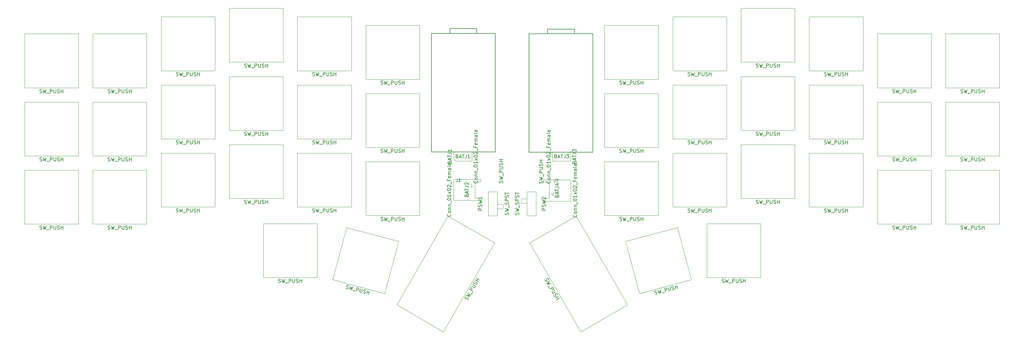
<source format=gbr>
G04 #@! TF.GenerationSoftware,KiCad,Pcbnew,(6.0.10)*
G04 #@! TF.CreationDate,2022-12-31T14:29:49-08:00*
G04 #@! TF.ProjectId,corne-ultralight,636f726e-652d-4756-9c74-72616c696768,2.0*
G04 #@! TF.SameCoordinates,Original*
G04 #@! TF.FileFunction,AssemblyDrawing,Top*
%FSLAX46Y46*%
G04 Gerber Fmt 4.6, Leading zero omitted, Abs format (unit mm)*
G04 Created by KiCad (PCBNEW (6.0.10)) date 2022-12-31 14:29:49*
%MOMM*%
%LPD*%
G01*
G04 APERTURE LIST*
%ADD10C,0.150000*%
%ADD11C,0.100000*%
G04 APERTURE END LIST*
D10*
X158967261Y-80079336D02*
X159014880Y-79936479D01*
X159014880Y-79698384D01*
X158967261Y-79603146D01*
X158919642Y-79555527D01*
X158824404Y-79507908D01*
X158729166Y-79507908D01*
X158633928Y-79555527D01*
X158586309Y-79603146D01*
X158538690Y-79698384D01*
X158491071Y-79888860D01*
X158443452Y-79984098D01*
X158395833Y-80031717D01*
X158300595Y-80079336D01*
X158205357Y-80079336D01*
X158110119Y-80031717D01*
X158062500Y-79984098D01*
X158014880Y-79888860D01*
X158014880Y-79650765D01*
X158062500Y-79507908D01*
X158014880Y-79174574D02*
X159014880Y-78936479D01*
X158300595Y-78746003D01*
X159014880Y-78555527D01*
X158014880Y-78317432D01*
X159110119Y-78174574D02*
X159110119Y-77412670D01*
X159014880Y-77174574D02*
X158014880Y-77174574D01*
X158014880Y-76793622D01*
X158062500Y-76698384D01*
X158110119Y-76650765D01*
X158205357Y-76603146D01*
X158348214Y-76603146D01*
X158443452Y-76650765D01*
X158491071Y-76698384D01*
X158538690Y-76793622D01*
X158538690Y-77174574D01*
X158014880Y-76174574D02*
X158824404Y-76174574D01*
X158919642Y-76126955D01*
X158967261Y-76079336D01*
X159014880Y-75984098D01*
X159014880Y-75793622D01*
X158967261Y-75698384D01*
X158919642Y-75650765D01*
X158824404Y-75603146D01*
X158014880Y-75603146D01*
X158967261Y-75174574D02*
X159014880Y-75031717D01*
X159014880Y-74793622D01*
X158967261Y-74698384D01*
X158919642Y-74650765D01*
X158824404Y-74603146D01*
X158729166Y-74603146D01*
X158633928Y-74650765D01*
X158586309Y-74698384D01*
X158538690Y-74793622D01*
X158491071Y-74984098D01*
X158443452Y-75079336D01*
X158395833Y-75126955D01*
X158300595Y-75174574D01*
X158205357Y-75174574D01*
X158110119Y-75126955D01*
X158062500Y-75079336D01*
X158014880Y-74984098D01*
X158014880Y-74746003D01*
X158062500Y-74603146D01*
X159014880Y-74174574D02*
X158014880Y-74174574D01*
X158491071Y-74174574D02*
X158491071Y-73603146D01*
X159014880Y-73603146D02*
X158014880Y-73603146D01*
X275422942Y-54825193D02*
X275565799Y-54872812D01*
X275803894Y-54872812D01*
X275899132Y-54825193D01*
X275946751Y-54777574D01*
X275994370Y-54682336D01*
X275994370Y-54587098D01*
X275946751Y-54491860D01*
X275899132Y-54444241D01*
X275803894Y-54396622D01*
X275613418Y-54349003D01*
X275518180Y-54301384D01*
X275470561Y-54253765D01*
X275422942Y-54158527D01*
X275422942Y-54063289D01*
X275470561Y-53968051D01*
X275518180Y-53920432D01*
X275613418Y-53872812D01*
X275851513Y-53872812D01*
X275994370Y-53920432D01*
X276327704Y-53872812D02*
X276565799Y-54872812D01*
X276756275Y-54158527D01*
X276946751Y-54872812D01*
X277184847Y-53872812D01*
X277327704Y-54968051D02*
X278089608Y-54968051D01*
X278327704Y-54872812D02*
X278327704Y-53872812D01*
X278708656Y-53872812D01*
X278803894Y-53920432D01*
X278851513Y-53968051D01*
X278899132Y-54063289D01*
X278899132Y-54206146D01*
X278851513Y-54301384D01*
X278803894Y-54349003D01*
X278708656Y-54396622D01*
X278327704Y-54396622D01*
X279327704Y-53872812D02*
X279327704Y-54682336D01*
X279375323Y-54777574D01*
X279422942Y-54825193D01*
X279518180Y-54872812D01*
X279708656Y-54872812D01*
X279803894Y-54825193D01*
X279851513Y-54777574D01*
X279899132Y-54682336D01*
X279899132Y-53872812D01*
X280327704Y-54825193D02*
X280470561Y-54872812D01*
X280708656Y-54872812D01*
X280803894Y-54825193D01*
X280851513Y-54777574D01*
X280899132Y-54682336D01*
X280899132Y-54587098D01*
X280851513Y-54491860D01*
X280803894Y-54444241D01*
X280708656Y-54396622D01*
X280518180Y-54349003D01*
X280422942Y-54301384D01*
X280375323Y-54253765D01*
X280327704Y-54158527D01*
X280327704Y-54063289D01*
X280375323Y-53968051D01*
X280422942Y-53920432D01*
X280518180Y-53872812D01*
X280756275Y-53872812D01*
X280899132Y-53920432D01*
X281327704Y-54872812D02*
X281327704Y-53872812D01*
X281327704Y-54349003D02*
X281899132Y-54349003D01*
X281899132Y-54872812D02*
X281899132Y-53872812D01*
X256422942Y-54825193D02*
X256565799Y-54872812D01*
X256803894Y-54872812D01*
X256899132Y-54825193D01*
X256946751Y-54777574D01*
X256994370Y-54682336D01*
X256994370Y-54587098D01*
X256946751Y-54491860D01*
X256899132Y-54444241D01*
X256803894Y-54396622D01*
X256613418Y-54349003D01*
X256518180Y-54301384D01*
X256470561Y-54253765D01*
X256422942Y-54158527D01*
X256422942Y-54063289D01*
X256470561Y-53968051D01*
X256518180Y-53920432D01*
X256613418Y-53872812D01*
X256851513Y-53872812D01*
X256994370Y-53920432D01*
X257327704Y-53872812D02*
X257565799Y-54872812D01*
X257756275Y-54158527D01*
X257946751Y-54872812D01*
X258184847Y-53872812D01*
X258327704Y-54968051D02*
X259089608Y-54968051D01*
X259327704Y-54872812D02*
X259327704Y-53872812D01*
X259708656Y-53872812D01*
X259803894Y-53920432D01*
X259851513Y-53968051D01*
X259899132Y-54063289D01*
X259899132Y-54206146D01*
X259851513Y-54301384D01*
X259803894Y-54349003D01*
X259708656Y-54396622D01*
X259327704Y-54396622D01*
X260327704Y-53872812D02*
X260327704Y-54682336D01*
X260375323Y-54777574D01*
X260422942Y-54825193D01*
X260518180Y-54872812D01*
X260708656Y-54872812D01*
X260803894Y-54825193D01*
X260851513Y-54777574D01*
X260899132Y-54682336D01*
X260899132Y-53872812D01*
X261327704Y-54825193D02*
X261470561Y-54872812D01*
X261708656Y-54872812D01*
X261803894Y-54825193D01*
X261851513Y-54777574D01*
X261899132Y-54682336D01*
X261899132Y-54587098D01*
X261851513Y-54491860D01*
X261803894Y-54444241D01*
X261708656Y-54396622D01*
X261518180Y-54349003D01*
X261422942Y-54301384D01*
X261375323Y-54253765D01*
X261327704Y-54158527D01*
X261327704Y-54063289D01*
X261375323Y-53968051D01*
X261422942Y-53920432D01*
X261518180Y-53872812D01*
X261756275Y-53872812D01*
X261899132Y-53920432D01*
X262327704Y-54872812D02*
X262327704Y-53872812D01*
X262327704Y-54349003D02*
X262899132Y-54349003D01*
X262899132Y-54872812D02*
X262899132Y-53872812D01*
X237422942Y-50075193D02*
X237565799Y-50122812D01*
X237803894Y-50122812D01*
X237899132Y-50075193D01*
X237946751Y-50027574D01*
X237994370Y-49932336D01*
X237994370Y-49837098D01*
X237946751Y-49741860D01*
X237899132Y-49694241D01*
X237803894Y-49646622D01*
X237613418Y-49599003D01*
X237518180Y-49551384D01*
X237470561Y-49503765D01*
X237422942Y-49408527D01*
X237422942Y-49313289D01*
X237470561Y-49218051D01*
X237518180Y-49170432D01*
X237613418Y-49122812D01*
X237851513Y-49122812D01*
X237994370Y-49170432D01*
X238327704Y-49122812D02*
X238565799Y-50122812D01*
X238756275Y-49408527D01*
X238946751Y-50122812D01*
X239184847Y-49122812D01*
X239327704Y-50218051D02*
X240089608Y-50218051D01*
X240327704Y-50122812D02*
X240327704Y-49122812D01*
X240708656Y-49122812D01*
X240803894Y-49170432D01*
X240851513Y-49218051D01*
X240899132Y-49313289D01*
X240899132Y-49456146D01*
X240851513Y-49551384D01*
X240803894Y-49599003D01*
X240708656Y-49646622D01*
X240327704Y-49646622D01*
X241327704Y-49122812D02*
X241327704Y-49932336D01*
X241375323Y-50027574D01*
X241422942Y-50075193D01*
X241518180Y-50122812D01*
X241708656Y-50122812D01*
X241803894Y-50075193D01*
X241851513Y-50027574D01*
X241899132Y-49932336D01*
X241899132Y-49122812D01*
X242327704Y-50075193D02*
X242470561Y-50122812D01*
X242708656Y-50122812D01*
X242803894Y-50075193D01*
X242851513Y-50027574D01*
X242899132Y-49932336D01*
X242899132Y-49837098D01*
X242851513Y-49741860D01*
X242803894Y-49694241D01*
X242708656Y-49646622D01*
X242518180Y-49599003D01*
X242422942Y-49551384D01*
X242375323Y-49503765D01*
X242327704Y-49408527D01*
X242327704Y-49313289D01*
X242375323Y-49218051D01*
X242422942Y-49170432D01*
X242518180Y-49122812D01*
X242756275Y-49122812D01*
X242899132Y-49170432D01*
X243327704Y-50122812D02*
X243327704Y-49122812D01*
X243327704Y-49599003D02*
X243899132Y-49599003D01*
X243899132Y-50122812D02*
X243899132Y-49122812D01*
X218422942Y-47700193D02*
X218565799Y-47747812D01*
X218803894Y-47747812D01*
X218899132Y-47700193D01*
X218946751Y-47652574D01*
X218994370Y-47557336D01*
X218994370Y-47462098D01*
X218946751Y-47366860D01*
X218899132Y-47319241D01*
X218803894Y-47271622D01*
X218613418Y-47224003D01*
X218518180Y-47176384D01*
X218470561Y-47128765D01*
X218422942Y-47033527D01*
X218422942Y-46938289D01*
X218470561Y-46843051D01*
X218518180Y-46795432D01*
X218613418Y-46747812D01*
X218851513Y-46747812D01*
X218994370Y-46795432D01*
X219327704Y-46747812D02*
X219565799Y-47747812D01*
X219756275Y-47033527D01*
X219946751Y-47747812D01*
X220184847Y-46747812D01*
X220327704Y-47843051D02*
X221089608Y-47843051D01*
X221327704Y-47747812D02*
X221327704Y-46747812D01*
X221708656Y-46747812D01*
X221803894Y-46795432D01*
X221851513Y-46843051D01*
X221899132Y-46938289D01*
X221899132Y-47081146D01*
X221851513Y-47176384D01*
X221803894Y-47224003D01*
X221708656Y-47271622D01*
X221327704Y-47271622D01*
X222327704Y-46747812D02*
X222327704Y-47557336D01*
X222375323Y-47652574D01*
X222422942Y-47700193D01*
X222518180Y-47747812D01*
X222708656Y-47747812D01*
X222803894Y-47700193D01*
X222851513Y-47652574D01*
X222899132Y-47557336D01*
X222899132Y-46747812D01*
X223327704Y-47700193D02*
X223470561Y-47747812D01*
X223708656Y-47747812D01*
X223803894Y-47700193D01*
X223851513Y-47652574D01*
X223899132Y-47557336D01*
X223899132Y-47462098D01*
X223851513Y-47366860D01*
X223803894Y-47319241D01*
X223708656Y-47271622D01*
X223518180Y-47224003D01*
X223422942Y-47176384D01*
X223375323Y-47128765D01*
X223327704Y-47033527D01*
X223327704Y-46938289D01*
X223375323Y-46843051D01*
X223422942Y-46795432D01*
X223518180Y-46747812D01*
X223756275Y-46747812D01*
X223899132Y-46795432D01*
X224327704Y-47747812D02*
X224327704Y-46747812D01*
X224327704Y-47224003D02*
X224899132Y-47224003D01*
X224899132Y-47747812D02*
X224899132Y-46747812D01*
X199422942Y-50075193D02*
X199565799Y-50122812D01*
X199803894Y-50122812D01*
X199899132Y-50075193D01*
X199946751Y-50027574D01*
X199994370Y-49932336D01*
X199994370Y-49837098D01*
X199946751Y-49741860D01*
X199899132Y-49694241D01*
X199803894Y-49646622D01*
X199613418Y-49599003D01*
X199518180Y-49551384D01*
X199470561Y-49503765D01*
X199422942Y-49408527D01*
X199422942Y-49313289D01*
X199470561Y-49218051D01*
X199518180Y-49170432D01*
X199613418Y-49122812D01*
X199851513Y-49122812D01*
X199994370Y-49170432D01*
X200327704Y-49122812D02*
X200565799Y-50122812D01*
X200756275Y-49408527D01*
X200946751Y-50122812D01*
X201184847Y-49122812D01*
X201327704Y-50218051D02*
X202089608Y-50218051D01*
X202327704Y-50122812D02*
X202327704Y-49122812D01*
X202708656Y-49122812D01*
X202803894Y-49170432D01*
X202851513Y-49218051D01*
X202899132Y-49313289D01*
X202899132Y-49456146D01*
X202851513Y-49551384D01*
X202803894Y-49599003D01*
X202708656Y-49646622D01*
X202327704Y-49646622D01*
X203327704Y-49122812D02*
X203327704Y-49932336D01*
X203375323Y-50027574D01*
X203422942Y-50075193D01*
X203518180Y-50122812D01*
X203708656Y-50122812D01*
X203803894Y-50075193D01*
X203851513Y-50027574D01*
X203899132Y-49932336D01*
X203899132Y-49122812D01*
X204327704Y-50075193D02*
X204470561Y-50122812D01*
X204708656Y-50122812D01*
X204803894Y-50075193D01*
X204851513Y-50027574D01*
X204899132Y-49932336D01*
X204899132Y-49837098D01*
X204851513Y-49741860D01*
X204803894Y-49694241D01*
X204708656Y-49646622D01*
X204518180Y-49599003D01*
X204422942Y-49551384D01*
X204375323Y-49503765D01*
X204327704Y-49408527D01*
X204327704Y-49313289D01*
X204375323Y-49218051D01*
X204422942Y-49170432D01*
X204518180Y-49122812D01*
X204756275Y-49122812D01*
X204899132Y-49170432D01*
X205327704Y-50122812D02*
X205327704Y-49122812D01*
X205327704Y-49599003D02*
X205899132Y-49599003D01*
X205899132Y-50122812D02*
X205899132Y-49122812D01*
X180422942Y-52450193D02*
X180565799Y-52497812D01*
X180803894Y-52497812D01*
X180899132Y-52450193D01*
X180946751Y-52402574D01*
X180994370Y-52307336D01*
X180994370Y-52212098D01*
X180946751Y-52116860D01*
X180899132Y-52069241D01*
X180803894Y-52021622D01*
X180613418Y-51974003D01*
X180518180Y-51926384D01*
X180470561Y-51878765D01*
X180422942Y-51783527D01*
X180422942Y-51688289D01*
X180470561Y-51593051D01*
X180518180Y-51545432D01*
X180613418Y-51497812D01*
X180851513Y-51497812D01*
X180994370Y-51545432D01*
X181327704Y-51497812D02*
X181565799Y-52497812D01*
X181756275Y-51783527D01*
X181946751Y-52497812D01*
X182184847Y-51497812D01*
X182327704Y-52593051D02*
X183089608Y-52593051D01*
X183327704Y-52497812D02*
X183327704Y-51497812D01*
X183708656Y-51497812D01*
X183803894Y-51545432D01*
X183851513Y-51593051D01*
X183899132Y-51688289D01*
X183899132Y-51831146D01*
X183851513Y-51926384D01*
X183803894Y-51974003D01*
X183708656Y-52021622D01*
X183327704Y-52021622D01*
X184327704Y-51497812D02*
X184327704Y-52307336D01*
X184375323Y-52402574D01*
X184422942Y-52450193D01*
X184518180Y-52497812D01*
X184708656Y-52497812D01*
X184803894Y-52450193D01*
X184851513Y-52402574D01*
X184899132Y-52307336D01*
X184899132Y-51497812D01*
X185327704Y-52450193D02*
X185470561Y-52497812D01*
X185708656Y-52497812D01*
X185803894Y-52450193D01*
X185851513Y-52402574D01*
X185899132Y-52307336D01*
X185899132Y-52212098D01*
X185851513Y-52116860D01*
X185803894Y-52069241D01*
X185708656Y-52021622D01*
X185518180Y-51974003D01*
X185422942Y-51926384D01*
X185375323Y-51878765D01*
X185327704Y-51783527D01*
X185327704Y-51688289D01*
X185375323Y-51593051D01*
X185422942Y-51545432D01*
X185518180Y-51497812D01*
X185756275Y-51497812D01*
X185899132Y-51545432D01*
X186327704Y-52497812D02*
X186327704Y-51497812D01*
X186327704Y-51974003D02*
X186899132Y-51974003D01*
X186899132Y-52497812D02*
X186899132Y-51497812D01*
X275422942Y-73825193D02*
X275565799Y-73872812D01*
X275803894Y-73872812D01*
X275899132Y-73825193D01*
X275946751Y-73777574D01*
X275994370Y-73682336D01*
X275994370Y-73587098D01*
X275946751Y-73491860D01*
X275899132Y-73444241D01*
X275803894Y-73396622D01*
X275613418Y-73349003D01*
X275518180Y-73301384D01*
X275470561Y-73253765D01*
X275422942Y-73158527D01*
X275422942Y-73063289D01*
X275470561Y-72968051D01*
X275518180Y-72920432D01*
X275613418Y-72872812D01*
X275851513Y-72872812D01*
X275994370Y-72920432D01*
X276327704Y-72872812D02*
X276565799Y-73872812D01*
X276756275Y-73158527D01*
X276946751Y-73872812D01*
X277184847Y-72872812D01*
X277327704Y-73968051D02*
X278089608Y-73968051D01*
X278327704Y-73872812D02*
X278327704Y-72872812D01*
X278708656Y-72872812D01*
X278803894Y-72920432D01*
X278851513Y-72968051D01*
X278899132Y-73063289D01*
X278899132Y-73206146D01*
X278851513Y-73301384D01*
X278803894Y-73349003D01*
X278708656Y-73396622D01*
X278327704Y-73396622D01*
X279327704Y-72872812D02*
X279327704Y-73682336D01*
X279375323Y-73777574D01*
X279422942Y-73825193D01*
X279518180Y-73872812D01*
X279708656Y-73872812D01*
X279803894Y-73825193D01*
X279851513Y-73777574D01*
X279899132Y-73682336D01*
X279899132Y-72872812D01*
X280327704Y-73825193D02*
X280470561Y-73872812D01*
X280708656Y-73872812D01*
X280803894Y-73825193D01*
X280851513Y-73777574D01*
X280899132Y-73682336D01*
X280899132Y-73587098D01*
X280851513Y-73491860D01*
X280803894Y-73444241D01*
X280708656Y-73396622D01*
X280518180Y-73349003D01*
X280422942Y-73301384D01*
X280375323Y-73253765D01*
X280327704Y-73158527D01*
X280327704Y-73063289D01*
X280375323Y-72968051D01*
X280422942Y-72920432D01*
X280518180Y-72872812D01*
X280756275Y-72872812D01*
X280899132Y-72920432D01*
X281327704Y-73872812D02*
X281327704Y-72872812D01*
X281327704Y-73349003D02*
X281899132Y-73349003D01*
X281899132Y-73872812D02*
X281899132Y-72872812D01*
X256422942Y-73825193D02*
X256565799Y-73872812D01*
X256803894Y-73872812D01*
X256899132Y-73825193D01*
X256946751Y-73777574D01*
X256994370Y-73682336D01*
X256994370Y-73587098D01*
X256946751Y-73491860D01*
X256899132Y-73444241D01*
X256803894Y-73396622D01*
X256613418Y-73349003D01*
X256518180Y-73301384D01*
X256470561Y-73253765D01*
X256422942Y-73158527D01*
X256422942Y-73063289D01*
X256470561Y-72968051D01*
X256518180Y-72920432D01*
X256613418Y-72872812D01*
X256851513Y-72872812D01*
X256994370Y-72920432D01*
X257327704Y-72872812D02*
X257565799Y-73872812D01*
X257756275Y-73158527D01*
X257946751Y-73872812D01*
X258184847Y-72872812D01*
X258327704Y-73968051D02*
X259089608Y-73968051D01*
X259327704Y-73872812D02*
X259327704Y-72872812D01*
X259708656Y-72872812D01*
X259803894Y-72920432D01*
X259851513Y-72968051D01*
X259899132Y-73063289D01*
X259899132Y-73206146D01*
X259851513Y-73301384D01*
X259803894Y-73349003D01*
X259708656Y-73396622D01*
X259327704Y-73396622D01*
X260327704Y-72872812D02*
X260327704Y-73682336D01*
X260375323Y-73777574D01*
X260422942Y-73825193D01*
X260518180Y-73872812D01*
X260708656Y-73872812D01*
X260803894Y-73825193D01*
X260851513Y-73777574D01*
X260899132Y-73682336D01*
X260899132Y-72872812D01*
X261327704Y-73825193D02*
X261470561Y-73872812D01*
X261708656Y-73872812D01*
X261803894Y-73825193D01*
X261851513Y-73777574D01*
X261899132Y-73682336D01*
X261899132Y-73587098D01*
X261851513Y-73491860D01*
X261803894Y-73444241D01*
X261708656Y-73396622D01*
X261518180Y-73349003D01*
X261422942Y-73301384D01*
X261375323Y-73253765D01*
X261327704Y-73158527D01*
X261327704Y-73063289D01*
X261375323Y-72968051D01*
X261422942Y-72920432D01*
X261518180Y-72872812D01*
X261756275Y-72872812D01*
X261899132Y-72920432D01*
X262327704Y-73872812D02*
X262327704Y-72872812D01*
X262327704Y-73349003D02*
X262899132Y-73349003D01*
X262899132Y-73872812D02*
X262899132Y-72872812D01*
X237422942Y-69075193D02*
X237565799Y-69122812D01*
X237803894Y-69122812D01*
X237899132Y-69075193D01*
X237946751Y-69027574D01*
X237994370Y-68932336D01*
X237994370Y-68837098D01*
X237946751Y-68741860D01*
X237899132Y-68694241D01*
X237803894Y-68646622D01*
X237613418Y-68599003D01*
X237518180Y-68551384D01*
X237470561Y-68503765D01*
X237422942Y-68408527D01*
X237422942Y-68313289D01*
X237470561Y-68218051D01*
X237518180Y-68170432D01*
X237613418Y-68122812D01*
X237851513Y-68122812D01*
X237994370Y-68170432D01*
X238327704Y-68122812D02*
X238565799Y-69122812D01*
X238756275Y-68408527D01*
X238946751Y-69122812D01*
X239184847Y-68122812D01*
X239327704Y-69218051D02*
X240089608Y-69218051D01*
X240327704Y-69122812D02*
X240327704Y-68122812D01*
X240708656Y-68122812D01*
X240803894Y-68170432D01*
X240851513Y-68218051D01*
X240899132Y-68313289D01*
X240899132Y-68456146D01*
X240851513Y-68551384D01*
X240803894Y-68599003D01*
X240708656Y-68646622D01*
X240327704Y-68646622D01*
X241327704Y-68122812D02*
X241327704Y-68932336D01*
X241375323Y-69027574D01*
X241422942Y-69075193D01*
X241518180Y-69122812D01*
X241708656Y-69122812D01*
X241803894Y-69075193D01*
X241851513Y-69027574D01*
X241899132Y-68932336D01*
X241899132Y-68122812D01*
X242327704Y-69075193D02*
X242470561Y-69122812D01*
X242708656Y-69122812D01*
X242803894Y-69075193D01*
X242851513Y-69027574D01*
X242899132Y-68932336D01*
X242899132Y-68837098D01*
X242851513Y-68741860D01*
X242803894Y-68694241D01*
X242708656Y-68646622D01*
X242518180Y-68599003D01*
X242422942Y-68551384D01*
X242375323Y-68503765D01*
X242327704Y-68408527D01*
X242327704Y-68313289D01*
X242375323Y-68218051D01*
X242422942Y-68170432D01*
X242518180Y-68122812D01*
X242756275Y-68122812D01*
X242899132Y-68170432D01*
X243327704Y-69122812D02*
X243327704Y-68122812D01*
X243327704Y-68599003D02*
X243899132Y-68599003D01*
X243899132Y-69122812D02*
X243899132Y-68122812D01*
X218422942Y-66700193D02*
X218565799Y-66747812D01*
X218803894Y-66747812D01*
X218899132Y-66700193D01*
X218946751Y-66652574D01*
X218994370Y-66557336D01*
X218994370Y-66462098D01*
X218946751Y-66366860D01*
X218899132Y-66319241D01*
X218803894Y-66271622D01*
X218613418Y-66224003D01*
X218518180Y-66176384D01*
X218470561Y-66128765D01*
X218422942Y-66033527D01*
X218422942Y-65938289D01*
X218470561Y-65843051D01*
X218518180Y-65795432D01*
X218613418Y-65747812D01*
X218851513Y-65747812D01*
X218994370Y-65795432D01*
X219327704Y-65747812D02*
X219565799Y-66747812D01*
X219756275Y-66033527D01*
X219946751Y-66747812D01*
X220184847Y-65747812D01*
X220327704Y-66843051D02*
X221089608Y-66843051D01*
X221327704Y-66747812D02*
X221327704Y-65747812D01*
X221708656Y-65747812D01*
X221803894Y-65795432D01*
X221851513Y-65843051D01*
X221899132Y-65938289D01*
X221899132Y-66081146D01*
X221851513Y-66176384D01*
X221803894Y-66224003D01*
X221708656Y-66271622D01*
X221327704Y-66271622D01*
X222327704Y-65747812D02*
X222327704Y-66557336D01*
X222375323Y-66652574D01*
X222422942Y-66700193D01*
X222518180Y-66747812D01*
X222708656Y-66747812D01*
X222803894Y-66700193D01*
X222851513Y-66652574D01*
X222899132Y-66557336D01*
X222899132Y-65747812D01*
X223327704Y-66700193D02*
X223470561Y-66747812D01*
X223708656Y-66747812D01*
X223803894Y-66700193D01*
X223851513Y-66652574D01*
X223899132Y-66557336D01*
X223899132Y-66462098D01*
X223851513Y-66366860D01*
X223803894Y-66319241D01*
X223708656Y-66271622D01*
X223518180Y-66224003D01*
X223422942Y-66176384D01*
X223375323Y-66128765D01*
X223327704Y-66033527D01*
X223327704Y-65938289D01*
X223375323Y-65843051D01*
X223422942Y-65795432D01*
X223518180Y-65747812D01*
X223756275Y-65747812D01*
X223899132Y-65795432D01*
X224327704Y-66747812D02*
X224327704Y-65747812D01*
X224327704Y-66224003D02*
X224899132Y-66224003D01*
X224899132Y-66747812D02*
X224899132Y-65747812D01*
X199422942Y-69075193D02*
X199565799Y-69122812D01*
X199803894Y-69122812D01*
X199899132Y-69075193D01*
X199946751Y-69027574D01*
X199994370Y-68932336D01*
X199994370Y-68837098D01*
X199946751Y-68741860D01*
X199899132Y-68694241D01*
X199803894Y-68646622D01*
X199613418Y-68599003D01*
X199518180Y-68551384D01*
X199470561Y-68503765D01*
X199422942Y-68408527D01*
X199422942Y-68313289D01*
X199470561Y-68218051D01*
X199518180Y-68170432D01*
X199613418Y-68122812D01*
X199851513Y-68122812D01*
X199994370Y-68170432D01*
X200327704Y-68122812D02*
X200565799Y-69122812D01*
X200756275Y-68408527D01*
X200946751Y-69122812D01*
X201184847Y-68122812D01*
X201327704Y-69218051D02*
X202089608Y-69218051D01*
X202327704Y-69122812D02*
X202327704Y-68122812D01*
X202708656Y-68122812D01*
X202803894Y-68170432D01*
X202851513Y-68218051D01*
X202899132Y-68313289D01*
X202899132Y-68456146D01*
X202851513Y-68551384D01*
X202803894Y-68599003D01*
X202708656Y-68646622D01*
X202327704Y-68646622D01*
X203327704Y-68122812D02*
X203327704Y-68932336D01*
X203375323Y-69027574D01*
X203422942Y-69075193D01*
X203518180Y-69122812D01*
X203708656Y-69122812D01*
X203803894Y-69075193D01*
X203851513Y-69027574D01*
X203899132Y-68932336D01*
X203899132Y-68122812D01*
X204327704Y-69075193D02*
X204470561Y-69122812D01*
X204708656Y-69122812D01*
X204803894Y-69075193D01*
X204851513Y-69027574D01*
X204899132Y-68932336D01*
X204899132Y-68837098D01*
X204851513Y-68741860D01*
X204803894Y-68694241D01*
X204708656Y-68646622D01*
X204518180Y-68599003D01*
X204422942Y-68551384D01*
X204375323Y-68503765D01*
X204327704Y-68408527D01*
X204327704Y-68313289D01*
X204375323Y-68218051D01*
X204422942Y-68170432D01*
X204518180Y-68122812D01*
X204756275Y-68122812D01*
X204899132Y-68170432D01*
X205327704Y-69122812D02*
X205327704Y-68122812D01*
X205327704Y-68599003D02*
X205899132Y-68599003D01*
X205899132Y-69122812D02*
X205899132Y-68122812D01*
X180422942Y-71450193D02*
X180565799Y-71497812D01*
X180803894Y-71497812D01*
X180899132Y-71450193D01*
X180946751Y-71402574D01*
X180994370Y-71307336D01*
X180994370Y-71212098D01*
X180946751Y-71116860D01*
X180899132Y-71069241D01*
X180803894Y-71021622D01*
X180613418Y-70974003D01*
X180518180Y-70926384D01*
X180470561Y-70878765D01*
X180422942Y-70783527D01*
X180422942Y-70688289D01*
X180470561Y-70593051D01*
X180518180Y-70545432D01*
X180613418Y-70497812D01*
X180851513Y-70497812D01*
X180994370Y-70545432D01*
X181327704Y-70497812D02*
X181565799Y-71497812D01*
X181756275Y-70783527D01*
X181946751Y-71497812D01*
X182184847Y-70497812D01*
X182327704Y-71593051D02*
X183089608Y-71593051D01*
X183327704Y-71497812D02*
X183327704Y-70497812D01*
X183708656Y-70497812D01*
X183803894Y-70545432D01*
X183851513Y-70593051D01*
X183899132Y-70688289D01*
X183899132Y-70831146D01*
X183851513Y-70926384D01*
X183803894Y-70974003D01*
X183708656Y-71021622D01*
X183327704Y-71021622D01*
X184327704Y-70497812D02*
X184327704Y-71307336D01*
X184375323Y-71402574D01*
X184422942Y-71450193D01*
X184518180Y-71497812D01*
X184708656Y-71497812D01*
X184803894Y-71450193D01*
X184851513Y-71402574D01*
X184899132Y-71307336D01*
X184899132Y-70497812D01*
X185327704Y-71450193D02*
X185470561Y-71497812D01*
X185708656Y-71497812D01*
X185803894Y-71450193D01*
X185851513Y-71402574D01*
X185899132Y-71307336D01*
X185899132Y-71212098D01*
X185851513Y-71116860D01*
X185803894Y-71069241D01*
X185708656Y-71021622D01*
X185518180Y-70974003D01*
X185422942Y-70926384D01*
X185375323Y-70878765D01*
X185327704Y-70783527D01*
X185327704Y-70688289D01*
X185375323Y-70593051D01*
X185422942Y-70545432D01*
X185518180Y-70497812D01*
X185756275Y-70497812D01*
X185899132Y-70545432D01*
X186327704Y-71497812D02*
X186327704Y-70497812D01*
X186327704Y-70974003D02*
X186899132Y-70974003D01*
X186899132Y-71497812D02*
X186899132Y-70497812D01*
X275422942Y-92825193D02*
X275565799Y-92872812D01*
X275803894Y-92872812D01*
X275899132Y-92825193D01*
X275946751Y-92777574D01*
X275994370Y-92682336D01*
X275994370Y-92587098D01*
X275946751Y-92491860D01*
X275899132Y-92444241D01*
X275803894Y-92396622D01*
X275613418Y-92349003D01*
X275518180Y-92301384D01*
X275470561Y-92253765D01*
X275422942Y-92158527D01*
X275422942Y-92063289D01*
X275470561Y-91968051D01*
X275518180Y-91920432D01*
X275613418Y-91872812D01*
X275851513Y-91872812D01*
X275994370Y-91920432D01*
X276327704Y-91872812D02*
X276565799Y-92872812D01*
X276756275Y-92158527D01*
X276946751Y-92872812D01*
X277184847Y-91872812D01*
X277327704Y-92968051D02*
X278089608Y-92968051D01*
X278327704Y-92872812D02*
X278327704Y-91872812D01*
X278708656Y-91872812D01*
X278803894Y-91920432D01*
X278851513Y-91968051D01*
X278899132Y-92063289D01*
X278899132Y-92206146D01*
X278851513Y-92301384D01*
X278803894Y-92349003D01*
X278708656Y-92396622D01*
X278327704Y-92396622D01*
X279327704Y-91872812D02*
X279327704Y-92682336D01*
X279375323Y-92777574D01*
X279422942Y-92825193D01*
X279518180Y-92872812D01*
X279708656Y-92872812D01*
X279803894Y-92825193D01*
X279851513Y-92777574D01*
X279899132Y-92682336D01*
X279899132Y-91872812D01*
X280327704Y-92825193D02*
X280470561Y-92872812D01*
X280708656Y-92872812D01*
X280803894Y-92825193D01*
X280851513Y-92777574D01*
X280899132Y-92682336D01*
X280899132Y-92587098D01*
X280851513Y-92491860D01*
X280803894Y-92444241D01*
X280708656Y-92396622D01*
X280518180Y-92349003D01*
X280422942Y-92301384D01*
X280375323Y-92253765D01*
X280327704Y-92158527D01*
X280327704Y-92063289D01*
X280375323Y-91968051D01*
X280422942Y-91920432D01*
X280518180Y-91872812D01*
X280756275Y-91872812D01*
X280899132Y-91920432D01*
X281327704Y-92872812D02*
X281327704Y-91872812D01*
X281327704Y-92349003D02*
X281899132Y-92349003D01*
X281899132Y-92872812D02*
X281899132Y-91872812D01*
X256422942Y-92825193D02*
X256565799Y-92872812D01*
X256803894Y-92872812D01*
X256899132Y-92825193D01*
X256946751Y-92777574D01*
X256994370Y-92682336D01*
X256994370Y-92587098D01*
X256946751Y-92491860D01*
X256899132Y-92444241D01*
X256803894Y-92396622D01*
X256613418Y-92349003D01*
X256518180Y-92301384D01*
X256470561Y-92253765D01*
X256422942Y-92158527D01*
X256422942Y-92063289D01*
X256470561Y-91968051D01*
X256518180Y-91920432D01*
X256613418Y-91872812D01*
X256851513Y-91872812D01*
X256994370Y-91920432D01*
X257327704Y-91872812D02*
X257565799Y-92872812D01*
X257756275Y-92158527D01*
X257946751Y-92872812D01*
X258184847Y-91872812D01*
X258327704Y-92968051D02*
X259089608Y-92968051D01*
X259327704Y-92872812D02*
X259327704Y-91872812D01*
X259708656Y-91872812D01*
X259803894Y-91920432D01*
X259851513Y-91968051D01*
X259899132Y-92063289D01*
X259899132Y-92206146D01*
X259851513Y-92301384D01*
X259803894Y-92349003D01*
X259708656Y-92396622D01*
X259327704Y-92396622D01*
X260327704Y-91872812D02*
X260327704Y-92682336D01*
X260375323Y-92777574D01*
X260422942Y-92825193D01*
X260518180Y-92872812D01*
X260708656Y-92872812D01*
X260803894Y-92825193D01*
X260851513Y-92777574D01*
X260899132Y-92682336D01*
X260899132Y-91872812D01*
X261327704Y-92825193D02*
X261470561Y-92872812D01*
X261708656Y-92872812D01*
X261803894Y-92825193D01*
X261851513Y-92777574D01*
X261899132Y-92682336D01*
X261899132Y-92587098D01*
X261851513Y-92491860D01*
X261803894Y-92444241D01*
X261708656Y-92396622D01*
X261518180Y-92349003D01*
X261422942Y-92301384D01*
X261375323Y-92253765D01*
X261327704Y-92158527D01*
X261327704Y-92063289D01*
X261375323Y-91968051D01*
X261422942Y-91920432D01*
X261518180Y-91872812D01*
X261756275Y-91872812D01*
X261899132Y-91920432D01*
X262327704Y-92872812D02*
X262327704Y-91872812D01*
X262327704Y-92349003D02*
X262899132Y-92349003D01*
X262899132Y-92872812D02*
X262899132Y-91872812D01*
X237422942Y-88075193D02*
X237565799Y-88122812D01*
X237803894Y-88122812D01*
X237899132Y-88075193D01*
X237946751Y-88027574D01*
X237994370Y-87932336D01*
X237994370Y-87837098D01*
X237946751Y-87741860D01*
X237899132Y-87694241D01*
X237803894Y-87646622D01*
X237613418Y-87599003D01*
X237518180Y-87551384D01*
X237470561Y-87503765D01*
X237422942Y-87408527D01*
X237422942Y-87313289D01*
X237470561Y-87218051D01*
X237518180Y-87170432D01*
X237613418Y-87122812D01*
X237851513Y-87122812D01*
X237994370Y-87170432D01*
X238327704Y-87122812D02*
X238565799Y-88122812D01*
X238756275Y-87408527D01*
X238946751Y-88122812D01*
X239184847Y-87122812D01*
X239327704Y-88218051D02*
X240089608Y-88218051D01*
X240327704Y-88122812D02*
X240327704Y-87122812D01*
X240708656Y-87122812D01*
X240803894Y-87170432D01*
X240851513Y-87218051D01*
X240899132Y-87313289D01*
X240899132Y-87456146D01*
X240851513Y-87551384D01*
X240803894Y-87599003D01*
X240708656Y-87646622D01*
X240327704Y-87646622D01*
X241327704Y-87122812D02*
X241327704Y-87932336D01*
X241375323Y-88027574D01*
X241422942Y-88075193D01*
X241518180Y-88122812D01*
X241708656Y-88122812D01*
X241803894Y-88075193D01*
X241851513Y-88027574D01*
X241899132Y-87932336D01*
X241899132Y-87122812D01*
X242327704Y-88075193D02*
X242470561Y-88122812D01*
X242708656Y-88122812D01*
X242803894Y-88075193D01*
X242851513Y-88027574D01*
X242899132Y-87932336D01*
X242899132Y-87837098D01*
X242851513Y-87741860D01*
X242803894Y-87694241D01*
X242708656Y-87646622D01*
X242518180Y-87599003D01*
X242422942Y-87551384D01*
X242375323Y-87503765D01*
X242327704Y-87408527D01*
X242327704Y-87313289D01*
X242375323Y-87218051D01*
X242422942Y-87170432D01*
X242518180Y-87122812D01*
X242756275Y-87122812D01*
X242899132Y-87170432D01*
X243327704Y-88122812D02*
X243327704Y-87122812D01*
X243327704Y-87599003D02*
X243899132Y-87599003D01*
X243899132Y-88122812D02*
X243899132Y-87122812D01*
X218422942Y-85700193D02*
X218565799Y-85747812D01*
X218803894Y-85747812D01*
X218899132Y-85700193D01*
X218946751Y-85652574D01*
X218994370Y-85557336D01*
X218994370Y-85462098D01*
X218946751Y-85366860D01*
X218899132Y-85319241D01*
X218803894Y-85271622D01*
X218613418Y-85224003D01*
X218518180Y-85176384D01*
X218470561Y-85128765D01*
X218422942Y-85033527D01*
X218422942Y-84938289D01*
X218470561Y-84843051D01*
X218518180Y-84795432D01*
X218613418Y-84747812D01*
X218851513Y-84747812D01*
X218994370Y-84795432D01*
X219327704Y-84747812D02*
X219565799Y-85747812D01*
X219756275Y-85033527D01*
X219946751Y-85747812D01*
X220184847Y-84747812D01*
X220327704Y-85843051D02*
X221089608Y-85843051D01*
X221327704Y-85747812D02*
X221327704Y-84747812D01*
X221708656Y-84747812D01*
X221803894Y-84795432D01*
X221851513Y-84843051D01*
X221899132Y-84938289D01*
X221899132Y-85081146D01*
X221851513Y-85176384D01*
X221803894Y-85224003D01*
X221708656Y-85271622D01*
X221327704Y-85271622D01*
X222327704Y-84747812D02*
X222327704Y-85557336D01*
X222375323Y-85652574D01*
X222422942Y-85700193D01*
X222518180Y-85747812D01*
X222708656Y-85747812D01*
X222803894Y-85700193D01*
X222851513Y-85652574D01*
X222899132Y-85557336D01*
X222899132Y-84747812D01*
X223327704Y-85700193D02*
X223470561Y-85747812D01*
X223708656Y-85747812D01*
X223803894Y-85700193D01*
X223851513Y-85652574D01*
X223899132Y-85557336D01*
X223899132Y-85462098D01*
X223851513Y-85366860D01*
X223803894Y-85319241D01*
X223708656Y-85271622D01*
X223518180Y-85224003D01*
X223422942Y-85176384D01*
X223375323Y-85128765D01*
X223327704Y-85033527D01*
X223327704Y-84938289D01*
X223375323Y-84843051D01*
X223422942Y-84795432D01*
X223518180Y-84747812D01*
X223756275Y-84747812D01*
X223899132Y-84795432D01*
X224327704Y-85747812D02*
X224327704Y-84747812D01*
X224327704Y-85224003D02*
X224899132Y-85224003D01*
X224899132Y-85747812D02*
X224899132Y-84747812D01*
X199422942Y-88075193D02*
X199565799Y-88122812D01*
X199803894Y-88122812D01*
X199899132Y-88075193D01*
X199946751Y-88027574D01*
X199994370Y-87932336D01*
X199994370Y-87837098D01*
X199946751Y-87741860D01*
X199899132Y-87694241D01*
X199803894Y-87646622D01*
X199613418Y-87599003D01*
X199518180Y-87551384D01*
X199470561Y-87503765D01*
X199422942Y-87408527D01*
X199422942Y-87313289D01*
X199470561Y-87218051D01*
X199518180Y-87170432D01*
X199613418Y-87122812D01*
X199851513Y-87122812D01*
X199994370Y-87170432D01*
X200327704Y-87122812D02*
X200565799Y-88122812D01*
X200756275Y-87408527D01*
X200946751Y-88122812D01*
X201184847Y-87122812D01*
X201327704Y-88218051D02*
X202089608Y-88218051D01*
X202327704Y-88122812D02*
X202327704Y-87122812D01*
X202708656Y-87122812D01*
X202803894Y-87170432D01*
X202851513Y-87218051D01*
X202899132Y-87313289D01*
X202899132Y-87456146D01*
X202851513Y-87551384D01*
X202803894Y-87599003D01*
X202708656Y-87646622D01*
X202327704Y-87646622D01*
X203327704Y-87122812D02*
X203327704Y-87932336D01*
X203375323Y-88027574D01*
X203422942Y-88075193D01*
X203518180Y-88122812D01*
X203708656Y-88122812D01*
X203803894Y-88075193D01*
X203851513Y-88027574D01*
X203899132Y-87932336D01*
X203899132Y-87122812D01*
X204327704Y-88075193D02*
X204470561Y-88122812D01*
X204708656Y-88122812D01*
X204803894Y-88075193D01*
X204851513Y-88027574D01*
X204899132Y-87932336D01*
X204899132Y-87837098D01*
X204851513Y-87741860D01*
X204803894Y-87694241D01*
X204708656Y-87646622D01*
X204518180Y-87599003D01*
X204422942Y-87551384D01*
X204375323Y-87503765D01*
X204327704Y-87408527D01*
X204327704Y-87313289D01*
X204375323Y-87218051D01*
X204422942Y-87170432D01*
X204518180Y-87122812D01*
X204756275Y-87122812D01*
X204899132Y-87170432D01*
X205327704Y-88122812D02*
X205327704Y-87122812D01*
X205327704Y-87599003D02*
X205899132Y-87599003D01*
X205899132Y-88122812D02*
X205899132Y-87122812D01*
X208922942Y-107700193D02*
X209065799Y-107747812D01*
X209303894Y-107747812D01*
X209399132Y-107700193D01*
X209446751Y-107652574D01*
X209494370Y-107557336D01*
X209494370Y-107462098D01*
X209446751Y-107366860D01*
X209399132Y-107319241D01*
X209303894Y-107271622D01*
X209113418Y-107224003D01*
X209018180Y-107176384D01*
X208970561Y-107128765D01*
X208922942Y-107033527D01*
X208922942Y-106938289D01*
X208970561Y-106843051D01*
X209018180Y-106795432D01*
X209113418Y-106747812D01*
X209351513Y-106747812D01*
X209494370Y-106795432D01*
X209827704Y-106747812D02*
X210065799Y-107747812D01*
X210256275Y-107033527D01*
X210446751Y-107747812D01*
X210684847Y-106747812D01*
X210827704Y-107843051D02*
X211589608Y-107843051D01*
X211827704Y-107747812D02*
X211827704Y-106747812D01*
X212208656Y-106747812D01*
X212303894Y-106795432D01*
X212351513Y-106843051D01*
X212399132Y-106938289D01*
X212399132Y-107081146D01*
X212351513Y-107176384D01*
X212303894Y-107224003D01*
X212208656Y-107271622D01*
X211827704Y-107271622D01*
X212827704Y-106747812D02*
X212827704Y-107557336D01*
X212875323Y-107652574D01*
X212922942Y-107700193D01*
X213018180Y-107747812D01*
X213208656Y-107747812D01*
X213303894Y-107700193D01*
X213351513Y-107652574D01*
X213399132Y-107557336D01*
X213399132Y-106747812D01*
X213827704Y-107700193D02*
X213970561Y-107747812D01*
X214208656Y-107747812D01*
X214303894Y-107700193D01*
X214351513Y-107652574D01*
X214399132Y-107557336D01*
X214399132Y-107462098D01*
X214351513Y-107366860D01*
X214303894Y-107319241D01*
X214208656Y-107271622D01*
X214018180Y-107224003D01*
X213922942Y-107176384D01*
X213875323Y-107128765D01*
X213827704Y-107033527D01*
X213827704Y-106938289D01*
X213875323Y-106843051D01*
X213922942Y-106795432D01*
X214018180Y-106747812D01*
X214256275Y-106747812D01*
X214399132Y-106795432D01*
X214827704Y-107747812D02*
X214827704Y-106747812D01*
X214827704Y-107224003D02*
X215399132Y-107224003D01*
X215399132Y-107747812D02*
X215399132Y-106747812D01*
X190338811Y-110991015D02*
X190489125Y-111000037D01*
X190719107Y-110938413D01*
X190798775Y-110867767D01*
X190832447Y-110809446D01*
X190853794Y-110705129D01*
X190829145Y-110613136D01*
X190758499Y-110533467D01*
X190700177Y-110499796D01*
X190595860Y-110478449D01*
X190399549Y-110481751D01*
X190295232Y-110460404D01*
X190236910Y-110426732D01*
X190166265Y-110347064D01*
X190141615Y-110255071D01*
X190162962Y-110150753D01*
X190196634Y-110092432D01*
X190276302Y-110021786D01*
X190506284Y-109960163D01*
X190656599Y-109969185D01*
X190966249Y-109836916D02*
X191455050Y-110741218D01*
X191454166Y-110001972D01*
X191823022Y-110642620D01*
X191794186Y-109615071D01*
X192215643Y-110636015D02*
X192951587Y-110438820D01*
X193156920Y-110285203D02*
X192898101Y-109319277D01*
X193266072Y-109220680D01*
X193370390Y-109242027D01*
X193428711Y-109275699D01*
X193499357Y-109355367D01*
X193536331Y-109493356D01*
X193514984Y-109597674D01*
X193481313Y-109655995D01*
X193401644Y-109726641D01*
X193033673Y-109825239D01*
X193864027Y-109060458D02*
X194073547Y-109842398D01*
X194144193Y-109922067D01*
X194202514Y-109955738D01*
X194306831Y-109977085D01*
X194490817Y-109927787D01*
X194570486Y-109857141D01*
X194604157Y-109798819D01*
X194625504Y-109694502D01*
X194415984Y-108912562D01*
X195076447Y-109721569D02*
X195226761Y-109730591D01*
X195456743Y-109668967D01*
X195536411Y-109598322D01*
X195570083Y-109540000D01*
X195591430Y-109435683D01*
X195566781Y-109343690D01*
X195496135Y-109264022D01*
X195437814Y-109230350D01*
X195333496Y-109209003D01*
X195137185Y-109212305D01*
X195032868Y-109190958D01*
X194974547Y-109157286D01*
X194903901Y-109077618D01*
X194879251Y-108985625D01*
X194900598Y-108881308D01*
X194934270Y-108822986D01*
X195013938Y-108752341D01*
X195243921Y-108690717D01*
X195394235Y-108699739D01*
X196054697Y-109508746D02*
X195795878Y-108542820D01*
X195919125Y-109002785D02*
X196471083Y-108854888D01*
X196606655Y-109360850D02*
X196347836Y-108394924D01*
X180422942Y-90450193D02*
X180565799Y-90497812D01*
X180803894Y-90497812D01*
X180899132Y-90450193D01*
X180946751Y-90402574D01*
X180994370Y-90307336D01*
X180994370Y-90212098D01*
X180946751Y-90116860D01*
X180899132Y-90069241D01*
X180803894Y-90021622D01*
X180613418Y-89974003D01*
X180518180Y-89926384D01*
X180470561Y-89878765D01*
X180422942Y-89783527D01*
X180422942Y-89688289D01*
X180470561Y-89593051D01*
X180518180Y-89545432D01*
X180613418Y-89497812D01*
X180851513Y-89497812D01*
X180994370Y-89545432D01*
X181327704Y-89497812D02*
X181565799Y-90497812D01*
X181756275Y-89783527D01*
X181946751Y-90497812D01*
X182184847Y-89497812D01*
X182327704Y-90593051D02*
X183089608Y-90593051D01*
X183327704Y-90497812D02*
X183327704Y-89497812D01*
X183708656Y-89497812D01*
X183803894Y-89545432D01*
X183851513Y-89593051D01*
X183899132Y-89688289D01*
X183899132Y-89831146D01*
X183851513Y-89926384D01*
X183803894Y-89974003D01*
X183708656Y-90021622D01*
X183327704Y-90021622D01*
X184327704Y-89497812D02*
X184327704Y-90307336D01*
X184375323Y-90402574D01*
X184422942Y-90450193D01*
X184518180Y-90497812D01*
X184708656Y-90497812D01*
X184803894Y-90450193D01*
X184851513Y-90402574D01*
X184899132Y-90307336D01*
X184899132Y-89497812D01*
X185327704Y-90450193D02*
X185470561Y-90497812D01*
X185708656Y-90497812D01*
X185803894Y-90450193D01*
X185851513Y-90402574D01*
X185899132Y-90307336D01*
X185899132Y-90212098D01*
X185851513Y-90116860D01*
X185803894Y-90069241D01*
X185708656Y-90021622D01*
X185518180Y-89974003D01*
X185422942Y-89926384D01*
X185375323Y-89878765D01*
X185327704Y-89783527D01*
X185327704Y-89688289D01*
X185375323Y-89593051D01*
X185422942Y-89545432D01*
X185518180Y-89497812D01*
X185756275Y-89497812D01*
X185899132Y-89545432D01*
X186327704Y-90497812D02*
X186327704Y-89497812D01*
X186327704Y-89974003D02*
X186899132Y-89974003D01*
X186899132Y-90497812D02*
X186899132Y-89497812D01*
X113925595Y-52449761D02*
X114068452Y-52497380D01*
X114306547Y-52497380D01*
X114401785Y-52449761D01*
X114449404Y-52402142D01*
X114497023Y-52306904D01*
X114497023Y-52211666D01*
X114449404Y-52116428D01*
X114401785Y-52068809D01*
X114306547Y-52021190D01*
X114116071Y-51973571D01*
X114020833Y-51925952D01*
X113973214Y-51878333D01*
X113925595Y-51783095D01*
X113925595Y-51687857D01*
X113973214Y-51592619D01*
X114020833Y-51545000D01*
X114116071Y-51497380D01*
X114354166Y-51497380D01*
X114497023Y-51545000D01*
X114830357Y-51497380D02*
X115068452Y-52497380D01*
X115258928Y-51783095D01*
X115449404Y-52497380D01*
X115687500Y-51497380D01*
X115830357Y-52592619D02*
X116592261Y-52592619D01*
X116830357Y-52497380D02*
X116830357Y-51497380D01*
X117211309Y-51497380D01*
X117306547Y-51545000D01*
X117354166Y-51592619D01*
X117401785Y-51687857D01*
X117401785Y-51830714D01*
X117354166Y-51925952D01*
X117306547Y-51973571D01*
X117211309Y-52021190D01*
X116830357Y-52021190D01*
X117830357Y-51497380D02*
X117830357Y-52306904D01*
X117877976Y-52402142D01*
X117925595Y-52449761D01*
X118020833Y-52497380D01*
X118211309Y-52497380D01*
X118306547Y-52449761D01*
X118354166Y-52402142D01*
X118401785Y-52306904D01*
X118401785Y-51497380D01*
X118830357Y-52449761D02*
X118973214Y-52497380D01*
X119211309Y-52497380D01*
X119306547Y-52449761D01*
X119354166Y-52402142D01*
X119401785Y-52306904D01*
X119401785Y-52211666D01*
X119354166Y-52116428D01*
X119306547Y-52068809D01*
X119211309Y-52021190D01*
X119020833Y-51973571D01*
X118925595Y-51925952D01*
X118877976Y-51878333D01*
X118830357Y-51783095D01*
X118830357Y-51687857D01*
X118877976Y-51592619D01*
X118925595Y-51545000D01*
X119020833Y-51497380D01*
X119258928Y-51497380D01*
X119401785Y-51545000D01*
X119830357Y-52497380D02*
X119830357Y-51497380D01*
X119830357Y-51973571D02*
X120401785Y-51973571D01*
X120401785Y-52497380D02*
X120401785Y-51497380D01*
X94925595Y-50074761D02*
X95068452Y-50122380D01*
X95306547Y-50122380D01*
X95401785Y-50074761D01*
X95449404Y-50027142D01*
X95497023Y-49931904D01*
X95497023Y-49836666D01*
X95449404Y-49741428D01*
X95401785Y-49693809D01*
X95306547Y-49646190D01*
X95116071Y-49598571D01*
X95020833Y-49550952D01*
X94973214Y-49503333D01*
X94925595Y-49408095D01*
X94925595Y-49312857D01*
X94973214Y-49217619D01*
X95020833Y-49170000D01*
X95116071Y-49122380D01*
X95354166Y-49122380D01*
X95497023Y-49170000D01*
X95830357Y-49122380D02*
X96068452Y-50122380D01*
X96258928Y-49408095D01*
X96449404Y-50122380D01*
X96687500Y-49122380D01*
X96830357Y-50217619D02*
X97592261Y-50217619D01*
X97830357Y-50122380D02*
X97830357Y-49122380D01*
X98211309Y-49122380D01*
X98306547Y-49170000D01*
X98354166Y-49217619D01*
X98401785Y-49312857D01*
X98401785Y-49455714D01*
X98354166Y-49550952D01*
X98306547Y-49598571D01*
X98211309Y-49646190D01*
X97830357Y-49646190D01*
X98830357Y-49122380D02*
X98830357Y-49931904D01*
X98877976Y-50027142D01*
X98925595Y-50074761D01*
X99020833Y-50122380D01*
X99211309Y-50122380D01*
X99306547Y-50074761D01*
X99354166Y-50027142D01*
X99401785Y-49931904D01*
X99401785Y-49122380D01*
X99830357Y-50074761D02*
X99973214Y-50122380D01*
X100211309Y-50122380D01*
X100306547Y-50074761D01*
X100354166Y-50027142D01*
X100401785Y-49931904D01*
X100401785Y-49836666D01*
X100354166Y-49741428D01*
X100306547Y-49693809D01*
X100211309Y-49646190D01*
X100020833Y-49598571D01*
X99925595Y-49550952D01*
X99877976Y-49503333D01*
X99830357Y-49408095D01*
X99830357Y-49312857D01*
X99877976Y-49217619D01*
X99925595Y-49170000D01*
X100020833Y-49122380D01*
X100258928Y-49122380D01*
X100401785Y-49170000D01*
X100830357Y-50122380D02*
X100830357Y-49122380D01*
X100830357Y-49598571D02*
X101401785Y-49598571D01*
X101401785Y-50122380D02*
X101401785Y-49122380D01*
X75925595Y-47699761D02*
X76068452Y-47747380D01*
X76306547Y-47747380D01*
X76401785Y-47699761D01*
X76449404Y-47652142D01*
X76497023Y-47556904D01*
X76497023Y-47461666D01*
X76449404Y-47366428D01*
X76401785Y-47318809D01*
X76306547Y-47271190D01*
X76116071Y-47223571D01*
X76020833Y-47175952D01*
X75973214Y-47128333D01*
X75925595Y-47033095D01*
X75925595Y-46937857D01*
X75973214Y-46842619D01*
X76020833Y-46795000D01*
X76116071Y-46747380D01*
X76354166Y-46747380D01*
X76497023Y-46795000D01*
X76830357Y-46747380D02*
X77068452Y-47747380D01*
X77258928Y-47033095D01*
X77449404Y-47747380D01*
X77687500Y-46747380D01*
X77830357Y-47842619D02*
X78592261Y-47842619D01*
X78830357Y-47747380D02*
X78830357Y-46747380D01*
X79211309Y-46747380D01*
X79306547Y-46795000D01*
X79354166Y-46842619D01*
X79401785Y-46937857D01*
X79401785Y-47080714D01*
X79354166Y-47175952D01*
X79306547Y-47223571D01*
X79211309Y-47271190D01*
X78830357Y-47271190D01*
X79830357Y-46747380D02*
X79830357Y-47556904D01*
X79877976Y-47652142D01*
X79925595Y-47699761D01*
X80020833Y-47747380D01*
X80211309Y-47747380D01*
X80306547Y-47699761D01*
X80354166Y-47652142D01*
X80401785Y-47556904D01*
X80401785Y-46747380D01*
X80830357Y-47699761D02*
X80973214Y-47747380D01*
X81211309Y-47747380D01*
X81306547Y-47699761D01*
X81354166Y-47652142D01*
X81401785Y-47556904D01*
X81401785Y-47461666D01*
X81354166Y-47366428D01*
X81306547Y-47318809D01*
X81211309Y-47271190D01*
X81020833Y-47223571D01*
X80925595Y-47175952D01*
X80877976Y-47128333D01*
X80830357Y-47033095D01*
X80830357Y-46937857D01*
X80877976Y-46842619D01*
X80925595Y-46795000D01*
X81020833Y-46747380D01*
X81258928Y-46747380D01*
X81401785Y-46795000D01*
X81830357Y-47747380D02*
X81830357Y-46747380D01*
X81830357Y-47223571D02*
X82401785Y-47223571D01*
X82401785Y-47747380D02*
X82401785Y-46747380D01*
X56925595Y-50074761D02*
X57068452Y-50122380D01*
X57306547Y-50122380D01*
X57401785Y-50074761D01*
X57449404Y-50027142D01*
X57497023Y-49931904D01*
X57497023Y-49836666D01*
X57449404Y-49741428D01*
X57401785Y-49693809D01*
X57306547Y-49646190D01*
X57116071Y-49598571D01*
X57020833Y-49550952D01*
X56973214Y-49503333D01*
X56925595Y-49408095D01*
X56925595Y-49312857D01*
X56973214Y-49217619D01*
X57020833Y-49170000D01*
X57116071Y-49122380D01*
X57354166Y-49122380D01*
X57497023Y-49170000D01*
X57830357Y-49122380D02*
X58068452Y-50122380D01*
X58258928Y-49408095D01*
X58449404Y-50122380D01*
X58687500Y-49122380D01*
X58830357Y-50217619D02*
X59592261Y-50217619D01*
X59830357Y-50122380D02*
X59830357Y-49122380D01*
X60211309Y-49122380D01*
X60306547Y-49170000D01*
X60354166Y-49217619D01*
X60401785Y-49312857D01*
X60401785Y-49455714D01*
X60354166Y-49550952D01*
X60306547Y-49598571D01*
X60211309Y-49646190D01*
X59830357Y-49646190D01*
X60830357Y-49122380D02*
X60830357Y-49931904D01*
X60877976Y-50027142D01*
X60925595Y-50074761D01*
X61020833Y-50122380D01*
X61211309Y-50122380D01*
X61306547Y-50074761D01*
X61354166Y-50027142D01*
X61401785Y-49931904D01*
X61401785Y-49122380D01*
X61830357Y-50074761D02*
X61973214Y-50122380D01*
X62211309Y-50122380D01*
X62306547Y-50074761D01*
X62354166Y-50027142D01*
X62401785Y-49931904D01*
X62401785Y-49836666D01*
X62354166Y-49741428D01*
X62306547Y-49693809D01*
X62211309Y-49646190D01*
X62020833Y-49598571D01*
X61925595Y-49550952D01*
X61877976Y-49503333D01*
X61830357Y-49408095D01*
X61830357Y-49312857D01*
X61877976Y-49217619D01*
X61925595Y-49170000D01*
X62020833Y-49122380D01*
X62258928Y-49122380D01*
X62401785Y-49170000D01*
X62830357Y-50122380D02*
X62830357Y-49122380D01*
X62830357Y-49598571D02*
X63401785Y-49598571D01*
X63401785Y-50122380D02*
X63401785Y-49122380D01*
X37925595Y-54824761D02*
X38068452Y-54872380D01*
X38306547Y-54872380D01*
X38401785Y-54824761D01*
X38449404Y-54777142D01*
X38497023Y-54681904D01*
X38497023Y-54586666D01*
X38449404Y-54491428D01*
X38401785Y-54443809D01*
X38306547Y-54396190D01*
X38116071Y-54348571D01*
X38020833Y-54300952D01*
X37973214Y-54253333D01*
X37925595Y-54158095D01*
X37925595Y-54062857D01*
X37973214Y-53967619D01*
X38020833Y-53920000D01*
X38116071Y-53872380D01*
X38354166Y-53872380D01*
X38497023Y-53920000D01*
X38830357Y-53872380D02*
X39068452Y-54872380D01*
X39258928Y-54158095D01*
X39449404Y-54872380D01*
X39687500Y-53872380D01*
X39830357Y-54967619D02*
X40592261Y-54967619D01*
X40830357Y-54872380D02*
X40830357Y-53872380D01*
X41211309Y-53872380D01*
X41306547Y-53920000D01*
X41354166Y-53967619D01*
X41401785Y-54062857D01*
X41401785Y-54205714D01*
X41354166Y-54300952D01*
X41306547Y-54348571D01*
X41211309Y-54396190D01*
X40830357Y-54396190D01*
X41830357Y-53872380D02*
X41830357Y-54681904D01*
X41877976Y-54777142D01*
X41925595Y-54824761D01*
X42020833Y-54872380D01*
X42211309Y-54872380D01*
X42306547Y-54824761D01*
X42354166Y-54777142D01*
X42401785Y-54681904D01*
X42401785Y-53872380D01*
X42830357Y-54824761D02*
X42973214Y-54872380D01*
X43211309Y-54872380D01*
X43306547Y-54824761D01*
X43354166Y-54777142D01*
X43401785Y-54681904D01*
X43401785Y-54586666D01*
X43354166Y-54491428D01*
X43306547Y-54443809D01*
X43211309Y-54396190D01*
X43020833Y-54348571D01*
X42925595Y-54300952D01*
X42877976Y-54253333D01*
X42830357Y-54158095D01*
X42830357Y-54062857D01*
X42877976Y-53967619D01*
X42925595Y-53920000D01*
X43020833Y-53872380D01*
X43258928Y-53872380D01*
X43401785Y-53920000D01*
X43830357Y-54872380D02*
X43830357Y-53872380D01*
X43830357Y-54348571D02*
X44401785Y-54348571D01*
X44401785Y-54872380D02*
X44401785Y-53872380D01*
X113925595Y-90449761D02*
X114068452Y-90497380D01*
X114306547Y-90497380D01*
X114401785Y-90449761D01*
X114449404Y-90402142D01*
X114497023Y-90306904D01*
X114497023Y-90211666D01*
X114449404Y-90116428D01*
X114401785Y-90068809D01*
X114306547Y-90021190D01*
X114116071Y-89973571D01*
X114020833Y-89925952D01*
X113973214Y-89878333D01*
X113925595Y-89783095D01*
X113925595Y-89687857D01*
X113973214Y-89592619D01*
X114020833Y-89545000D01*
X114116071Y-89497380D01*
X114354166Y-89497380D01*
X114497023Y-89545000D01*
X114830357Y-89497380D02*
X115068452Y-90497380D01*
X115258928Y-89783095D01*
X115449404Y-90497380D01*
X115687500Y-89497380D01*
X115830357Y-90592619D02*
X116592261Y-90592619D01*
X116830357Y-90497380D02*
X116830357Y-89497380D01*
X117211309Y-89497380D01*
X117306547Y-89545000D01*
X117354166Y-89592619D01*
X117401785Y-89687857D01*
X117401785Y-89830714D01*
X117354166Y-89925952D01*
X117306547Y-89973571D01*
X117211309Y-90021190D01*
X116830357Y-90021190D01*
X117830357Y-89497380D02*
X117830357Y-90306904D01*
X117877976Y-90402142D01*
X117925595Y-90449761D01*
X118020833Y-90497380D01*
X118211309Y-90497380D01*
X118306547Y-90449761D01*
X118354166Y-90402142D01*
X118401785Y-90306904D01*
X118401785Y-89497380D01*
X118830357Y-90449761D02*
X118973214Y-90497380D01*
X119211309Y-90497380D01*
X119306547Y-90449761D01*
X119354166Y-90402142D01*
X119401785Y-90306904D01*
X119401785Y-90211666D01*
X119354166Y-90116428D01*
X119306547Y-90068809D01*
X119211309Y-90021190D01*
X119020833Y-89973571D01*
X118925595Y-89925952D01*
X118877976Y-89878333D01*
X118830357Y-89783095D01*
X118830357Y-89687857D01*
X118877976Y-89592619D01*
X118925595Y-89545000D01*
X119020833Y-89497380D01*
X119258928Y-89497380D01*
X119401785Y-89545000D01*
X119830357Y-90497380D02*
X119830357Y-89497380D01*
X119830357Y-89973571D02*
X120401785Y-89973571D01*
X120401785Y-90497380D02*
X120401785Y-89497380D01*
X138018297Y-112572273D02*
X138130965Y-112472364D01*
X138250013Y-112266168D01*
X138256392Y-112159880D01*
X138238963Y-112094831D01*
X138180294Y-112005973D01*
X138097815Y-111958354D01*
X137991527Y-111951974D01*
X137926478Y-111969404D01*
X137837620Y-112028073D01*
X137701142Y-112169220D01*
X137612284Y-112227889D01*
X137547235Y-112245319D01*
X137440947Y-112238940D01*
X137358468Y-112191320D01*
X137299799Y-112102462D01*
X137282369Y-112037413D01*
X137288749Y-111931125D01*
X137407797Y-111724929D01*
X137520465Y-111625020D01*
X137645892Y-111312536D02*
X138630965Y-111606339D01*
X138107614Y-111084239D01*
X138821441Y-111276425D01*
X138074463Y-110570228D01*
X139094396Y-110994129D02*
X139475348Y-110334300D01*
X139511917Y-110080485D02*
X138645892Y-109580485D01*
X138836368Y-109250570D01*
X138925227Y-109191901D01*
X138990275Y-109174471D01*
X139096564Y-109180851D01*
X139220281Y-109252280D01*
X139278951Y-109341138D01*
X139296380Y-109406187D01*
X139290001Y-109512475D01*
X139099524Y-109842390D01*
X139145892Y-108714459D02*
X139846960Y-109119221D01*
X139953248Y-109125601D01*
X140018297Y-109108171D01*
X140107156Y-109049502D01*
X140202394Y-108884545D01*
X140208773Y-108778257D01*
X140191344Y-108713208D01*
X140132675Y-108624350D01*
X139431606Y-108219588D01*
X140470678Y-108324624D02*
X140583346Y-108224716D01*
X140702394Y-108018520D01*
X140708773Y-107912231D01*
X140691344Y-107847183D01*
X140632675Y-107758324D01*
X140550196Y-107710705D01*
X140443908Y-107704325D01*
X140378859Y-107721755D01*
X140290001Y-107780424D01*
X140153523Y-107921572D01*
X140064665Y-107980241D01*
X139999616Y-107997671D01*
X139893328Y-107991291D01*
X139810849Y-107943672D01*
X139752180Y-107854814D01*
X139734750Y-107789765D01*
X139741130Y-107683477D01*
X139860178Y-107477280D01*
X139972846Y-107377372D01*
X141011917Y-107482409D02*
X140145892Y-106982409D01*
X140558285Y-107220504D02*
X140843999Y-106725632D01*
X141297632Y-106987537D02*
X140431606Y-106487537D01*
X18925595Y-92824761D02*
X19068452Y-92872380D01*
X19306547Y-92872380D01*
X19401785Y-92824761D01*
X19449404Y-92777142D01*
X19497023Y-92681904D01*
X19497023Y-92586666D01*
X19449404Y-92491428D01*
X19401785Y-92443809D01*
X19306547Y-92396190D01*
X19116071Y-92348571D01*
X19020833Y-92300952D01*
X18973214Y-92253333D01*
X18925595Y-92158095D01*
X18925595Y-92062857D01*
X18973214Y-91967619D01*
X19020833Y-91920000D01*
X19116071Y-91872380D01*
X19354166Y-91872380D01*
X19497023Y-91920000D01*
X19830357Y-91872380D02*
X20068452Y-92872380D01*
X20258928Y-92158095D01*
X20449404Y-92872380D01*
X20687500Y-91872380D01*
X20830357Y-92967619D02*
X21592261Y-92967619D01*
X21830357Y-92872380D02*
X21830357Y-91872380D01*
X22211309Y-91872380D01*
X22306547Y-91920000D01*
X22354166Y-91967619D01*
X22401785Y-92062857D01*
X22401785Y-92205714D01*
X22354166Y-92300952D01*
X22306547Y-92348571D01*
X22211309Y-92396190D01*
X21830357Y-92396190D01*
X22830357Y-91872380D02*
X22830357Y-92681904D01*
X22877976Y-92777142D01*
X22925595Y-92824761D01*
X23020833Y-92872380D01*
X23211309Y-92872380D01*
X23306547Y-92824761D01*
X23354166Y-92777142D01*
X23401785Y-92681904D01*
X23401785Y-91872380D01*
X23830357Y-92824761D02*
X23973214Y-92872380D01*
X24211309Y-92872380D01*
X24306547Y-92824761D01*
X24354166Y-92777142D01*
X24401785Y-92681904D01*
X24401785Y-92586666D01*
X24354166Y-92491428D01*
X24306547Y-92443809D01*
X24211309Y-92396190D01*
X24020833Y-92348571D01*
X23925595Y-92300952D01*
X23877976Y-92253333D01*
X23830357Y-92158095D01*
X23830357Y-92062857D01*
X23877976Y-91967619D01*
X23925595Y-91920000D01*
X24020833Y-91872380D01*
X24258928Y-91872380D01*
X24401785Y-91920000D01*
X24830357Y-92872380D02*
X24830357Y-91872380D01*
X24830357Y-92348571D02*
X25401785Y-92348571D01*
X25401785Y-92872380D02*
X25401785Y-91872380D01*
X104232019Y-109302096D02*
X104357684Y-109385067D01*
X104587666Y-109446691D01*
X104691984Y-109425344D01*
X104750305Y-109391672D01*
X104820951Y-109312004D01*
X104845601Y-109220011D01*
X104824254Y-109115693D01*
X104790582Y-109057372D01*
X104710914Y-108986726D01*
X104539252Y-108891431D01*
X104459584Y-108820785D01*
X104425912Y-108762464D01*
X104404565Y-108658146D01*
X104429215Y-108566153D01*
X104499861Y-108486485D01*
X104558182Y-108452813D01*
X104662500Y-108431466D01*
X104892482Y-108493089D01*
X105018147Y-108576060D01*
X105352447Y-108616337D02*
X105323610Y-109643886D01*
X105692466Y-109003238D01*
X105691582Y-109742484D01*
X106180383Y-108838182D01*
X106034904Y-109933074D02*
X106770847Y-110130270D01*
X107025479Y-110099901D02*
X107284298Y-109133975D01*
X107652270Y-109232572D01*
X107731938Y-109303218D01*
X107765610Y-109361540D01*
X107786957Y-109465857D01*
X107749983Y-109603847D01*
X107679337Y-109683515D01*
X107621016Y-109717187D01*
X107516698Y-109738534D01*
X107148726Y-109639936D01*
X108250224Y-109392794D02*
X108040704Y-110174734D01*
X108062051Y-110279051D01*
X108095723Y-110337373D01*
X108175391Y-110408018D01*
X108359377Y-110457317D01*
X108463694Y-110435970D01*
X108522016Y-110402299D01*
X108592661Y-110322630D01*
X108802182Y-109540690D01*
X108969656Y-110571542D02*
X109095320Y-110654513D01*
X109325303Y-110716136D01*
X109429620Y-110694789D01*
X109487941Y-110661118D01*
X109558587Y-110581449D01*
X109583237Y-110489456D01*
X109561890Y-110385139D01*
X109528218Y-110326818D01*
X109448550Y-110256172D01*
X109276889Y-110160876D01*
X109197220Y-110090230D01*
X109163549Y-110031909D01*
X109142202Y-109927592D01*
X109166851Y-109835599D01*
X109237497Y-109755930D01*
X109295818Y-109722259D01*
X109400136Y-109700912D01*
X109630118Y-109762535D01*
X109755783Y-109845506D01*
X109923257Y-110876358D02*
X110182076Y-109910432D01*
X110058829Y-110370397D02*
X110610786Y-110518293D01*
X110475214Y-111024254D02*
X110734033Y-110058328D01*
X85425595Y-107699761D02*
X85568452Y-107747380D01*
X85806547Y-107747380D01*
X85901785Y-107699761D01*
X85949404Y-107652142D01*
X85997023Y-107556904D01*
X85997023Y-107461666D01*
X85949404Y-107366428D01*
X85901785Y-107318809D01*
X85806547Y-107271190D01*
X85616071Y-107223571D01*
X85520833Y-107175952D01*
X85473214Y-107128333D01*
X85425595Y-107033095D01*
X85425595Y-106937857D01*
X85473214Y-106842619D01*
X85520833Y-106795000D01*
X85616071Y-106747380D01*
X85854166Y-106747380D01*
X85997023Y-106795000D01*
X86330357Y-106747380D02*
X86568452Y-107747380D01*
X86758928Y-107033095D01*
X86949404Y-107747380D01*
X87187500Y-106747380D01*
X87330357Y-107842619D02*
X88092261Y-107842619D01*
X88330357Y-107747380D02*
X88330357Y-106747380D01*
X88711309Y-106747380D01*
X88806547Y-106795000D01*
X88854166Y-106842619D01*
X88901785Y-106937857D01*
X88901785Y-107080714D01*
X88854166Y-107175952D01*
X88806547Y-107223571D01*
X88711309Y-107271190D01*
X88330357Y-107271190D01*
X89330357Y-106747380D02*
X89330357Y-107556904D01*
X89377976Y-107652142D01*
X89425595Y-107699761D01*
X89520833Y-107747380D01*
X89711309Y-107747380D01*
X89806547Y-107699761D01*
X89854166Y-107652142D01*
X89901785Y-107556904D01*
X89901785Y-106747380D01*
X90330357Y-107699761D02*
X90473214Y-107747380D01*
X90711309Y-107747380D01*
X90806547Y-107699761D01*
X90854166Y-107652142D01*
X90901785Y-107556904D01*
X90901785Y-107461666D01*
X90854166Y-107366428D01*
X90806547Y-107318809D01*
X90711309Y-107271190D01*
X90520833Y-107223571D01*
X90425595Y-107175952D01*
X90377976Y-107128333D01*
X90330357Y-107033095D01*
X90330357Y-106937857D01*
X90377976Y-106842619D01*
X90425595Y-106795000D01*
X90520833Y-106747380D01*
X90758928Y-106747380D01*
X90901785Y-106795000D01*
X91330357Y-107747380D02*
X91330357Y-106747380D01*
X91330357Y-107223571D02*
X91901785Y-107223571D01*
X91901785Y-107747380D02*
X91901785Y-106747380D01*
X94925595Y-88074761D02*
X95068452Y-88122380D01*
X95306547Y-88122380D01*
X95401785Y-88074761D01*
X95449404Y-88027142D01*
X95497023Y-87931904D01*
X95497023Y-87836666D01*
X95449404Y-87741428D01*
X95401785Y-87693809D01*
X95306547Y-87646190D01*
X95116071Y-87598571D01*
X95020833Y-87550952D01*
X94973214Y-87503333D01*
X94925595Y-87408095D01*
X94925595Y-87312857D01*
X94973214Y-87217619D01*
X95020833Y-87170000D01*
X95116071Y-87122380D01*
X95354166Y-87122380D01*
X95497023Y-87170000D01*
X95830357Y-87122380D02*
X96068452Y-88122380D01*
X96258928Y-87408095D01*
X96449404Y-88122380D01*
X96687500Y-87122380D01*
X96830357Y-88217619D02*
X97592261Y-88217619D01*
X97830357Y-88122380D02*
X97830357Y-87122380D01*
X98211309Y-87122380D01*
X98306547Y-87170000D01*
X98354166Y-87217619D01*
X98401785Y-87312857D01*
X98401785Y-87455714D01*
X98354166Y-87550952D01*
X98306547Y-87598571D01*
X98211309Y-87646190D01*
X97830357Y-87646190D01*
X98830357Y-87122380D02*
X98830357Y-87931904D01*
X98877976Y-88027142D01*
X98925595Y-88074761D01*
X99020833Y-88122380D01*
X99211309Y-88122380D01*
X99306547Y-88074761D01*
X99354166Y-88027142D01*
X99401785Y-87931904D01*
X99401785Y-87122380D01*
X99830357Y-88074761D02*
X99973214Y-88122380D01*
X100211309Y-88122380D01*
X100306547Y-88074761D01*
X100354166Y-88027142D01*
X100401785Y-87931904D01*
X100401785Y-87836666D01*
X100354166Y-87741428D01*
X100306547Y-87693809D01*
X100211309Y-87646190D01*
X100020833Y-87598571D01*
X99925595Y-87550952D01*
X99877976Y-87503333D01*
X99830357Y-87408095D01*
X99830357Y-87312857D01*
X99877976Y-87217619D01*
X99925595Y-87170000D01*
X100020833Y-87122380D01*
X100258928Y-87122380D01*
X100401785Y-87170000D01*
X100830357Y-88122380D02*
X100830357Y-87122380D01*
X100830357Y-87598571D02*
X101401785Y-87598571D01*
X101401785Y-88122380D02*
X101401785Y-87122380D01*
X75925595Y-85699761D02*
X76068452Y-85747380D01*
X76306547Y-85747380D01*
X76401785Y-85699761D01*
X76449404Y-85652142D01*
X76497023Y-85556904D01*
X76497023Y-85461666D01*
X76449404Y-85366428D01*
X76401785Y-85318809D01*
X76306547Y-85271190D01*
X76116071Y-85223571D01*
X76020833Y-85175952D01*
X75973214Y-85128333D01*
X75925595Y-85033095D01*
X75925595Y-84937857D01*
X75973214Y-84842619D01*
X76020833Y-84795000D01*
X76116071Y-84747380D01*
X76354166Y-84747380D01*
X76497023Y-84795000D01*
X76830357Y-84747380D02*
X77068452Y-85747380D01*
X77258928Y-85033095D01*
X77449404Y-85747380D01*
X77687500Y-84747380D01*
X77830357Y-85842619D02*
X78592261Y-85842619D01*
X78830357Y-85747380D02*
X78830357Y-84747380D01*
X79211309Y-84747380D01*
X79306547Y-84795000D01*
X79354166Y-84842619D01*
X79401785Y-84937857D01*
X79401785Y-85080714D01*
X79354166Y-85175952D01*
X79306547Y-85223571D01*
X79211309Y-85271190D01*
X78830357Y-85271190D01*
X79830357Y-84747380D02*
X79830357Y-85556904D01*
X79877976Y-85652142D01*
X79925595Y-85699761D01*
X80020833Y-85747380D01*
X80211309Y-85747380D01*
X80306547Y-85699761D01*
X80354166Y-85652142D01*
X80401785Y-85556904D01*
X80401785Y-84747380D01*
X80830357Y-85699761D02*
X80973214Y-85747380D01*
X81211309Y-85747380D01*
X81306547Y-85699761D01*
X81354166Y-85652142D01*
X81401785Y-85556904D01*
X81401785Y-85461666D01*
X81354166Y-85366428D01*
X81306547Y-85318809D01*
X81211309Y-85271190D01*
X81020833Y-85223571D01*
X80925595Y-85175952D01*
X80877976Y-85128333D01*
X80830357Y-85033095D01*
X80830357Y-84937857D01*
X80877976Y-84842619D01*
X80925595Y-84795000D01*
X81020833Y-84747380D01*
X81258928Y-84747380D01*
X81401785Y-84795000D01*
X81830357Y-85747380D02*
X81830357Y-84747380D01*
X81830357Y-85223571D02*
X82401785Y-85223571D01*
X82401785Y-85747380D02*
X82401785Y-84747380D01*
X56925595Y-88074761D02*
X57068452Y-88122380D01*
X57306547Y-88122380D01*
X57401785Y-88074761D01*
X57449404Y-88027142D01*
X57497023Y-87931904D01*
X57497023Y-87836666D01*
X57449404Y-87741428D01*
X57401785Y-87693809D01*
X57306547Y-87646190D01*
X57116071Y-87598571D01*
X57020833Y-87550952D01*
X56973214Y-87503333D01*
X56925595Y-87408095D01*
X56925595Y-87312857D01*
X56973214Y-87217619D01*
X57020833Y-87170000D01*
X57116071Y-87122380D01*
X57354166Y-87122380D01*
X57497023Y-87170000D01*
X57830357Y-87122380D02*
X58068452Y-88122380D01*
X58258928Y-87408095D01*
X58449404Y-88122380D01*
X58687500Y-87122380D01*
X58830357Y-88217619D02*
X59592261Y-88217619D01*
X59830357Y-88122380D02*
X59830357Y-87122380D01*
X60211309Y-87122380D01*
X60306547Y-87170000D01*
X60354166Y-87217619D01*
X60401785Y-87312857D01*
X60401785Y-87455714D01*
X60354166Y-87550952D01*
X60306547Y-87598571D01*
X60211309Y-87646190D01*
X59830357Y-87646190D01*
X60830357Y-87122380D02*
X60830357Y-87931904D01*
X60877976Y-88027142D01*
X60925595Y-88074761D01*
X61020833Y-88122380D01*
X61211309Y-88122380D01*
X61306547Y-88074761D01*
X61354166Y-88027142D01*
X61401785Y-87931904D01*
X61401785Y-87122380D01*
X61830357Y-88074761D02*
X61973214Y-88122380D01*
X62211309Y-88122380D01*
X62306547Y-88074761D01*
X62354166Y-88027142D01*
X62401785Y-87931904D01*
X62401785Y-87836666D01*
X62354166Y-87741428D01*
X62306547Y-87693809D01*
X62211309Y-87646190D01*
X62020833Y-87598571D01*
X61925595Y-87550952D01*
X61877976Y-87503333D01*
X61830357Y-87408095D01*
X61830357Y-87312857D01*
X61877976Y-87217619D01*
X61925595Y-87170000D01*
X62020833Y-87122380D01*
X62258928Y-87122380D01*
X62401785Y-87170000D01*
X62830357Y-88122380D02*
X62830357Y-87122380D01*
X62830357Y-87598571D02*
X63401785Y-87598571D01*
X63401785Y-88122380D02*
X63401785Y-87122380D01*
X37925595Y-92824761D02*
X38068452Y-92872380D01*
X38306547Y-92872380D01*
X38401785Y-92824761D01*
X38449404Y-92777142D01*
X38497023Y-92681904D01*
X38497023Y-92586666D01*
X38449404Y-92491428D01*
X38401785Y-92443809D01*
X38306547Y-92396190D01*
X38116071Y-92348571D01*
X38020833Y-92300952D01*
X37973214Y-92253333D01*
X37925595Y-92158095D01*
X37925595Y-92062857D01*
X37973214Y-91967619D01*
X38020833Y-91920000D01*
X38116071Y-91872380D01*
X38354166Y-91872380D01*
X38497023Y-91920000D01*
X38830357Y-91872380D02*
X39068452Y-92872380D01*
X39258928Y-92158095D01*
X39449404Y-92872380D01*
X39687500Y-91872380D01*
X39830357Y-92967619D02*
X40592261Y-92967619D01*
X40830357Y-92872380D02*
X40830357Y-91872380D01*
X41211309Y-91872380D01*
X41306547Y-91920000D01*
X41354166Y-91967619D01*
X41401785Y-92062857D01*
X41401785Y-92205714D01*
X41354166Y-92300952D01*
X41306547Y-92348571D01*
X41211309Y-92396190D01*
X40830357Y-92396190D01*
X41830357Y-91872380D02*
X41830357Y-92681904D01*
X41877976Y-92777142D01*
X41925595Y-92824761D01*
X42020833Y-92872380D01*
X42211309Y-92872380D01*
X42306547Y-92824761D01*
X42354166Y-92777142D01*
X42401785Y-92681904D01*
X42401785Y-91872380D01*
X42830357Y-92824761D02*
X42973214Y-92872380D01*
X43211309Y-92872380D01*
X43306547Y-92824761D01*
X43354166Y-92777142D01*
X43401785Y-92681904D01*
X43401785Y-92586666D01*
X43354166Y-92491428D01*
X43306547Y-92443809D01*
X43211309Y-92396190D01*
X43020833Y-92348571D01*
X42925595Y-92300952D01*
X42877976Y-92253333D01*
X42830357Y-92158095D01*
X42830357Y-92062857D01*
X42877976Y-91967619D01*
X42925595Y-91920000D01*
X43020833Y-91872380D01*
X43258928Y-91872380D01*
X43401785Y-91920000D01*
X43830357Y-92872380D02*
X43830357Y-91872380D01*
X43830357Y-92348571D02*
X44401785Y-92348571D01*
X44401785Y-92872380D02*
X44401785Y-91872380D01*
X113925595Y-71449761D02*
X114068452Y-71497380D01*
X114306547Y-71497380D01*
X114401785Y-71449761D01*
X114449404Y-71402142D01*
X114497023Y-71306904D01*
X114497023Y-71211666D01*
X114449404Y-71116428D01*
X114401785Y-71068809D01*
X114306547Y-71021190D01*
X114116071Y-70973571D01*
X114020833Y-70925952D01*
X113973214Y-70878333D01*
X113925595Y-70783095D01*
X113925595Y-70687857D01*
X113973214Y-70592619D01*
X114020833Y-70545000D01*
X114116071Y-70497380D01*
X114354166Y-70497380D01*
X114497023Y-70545000D01*
X114830357Y-70497380D02*
X115068452Y-71497380D01*
X115258928Y-70783095D01*
X115449404Y-71497380D01*
X115687500Y-70497380D01*
X115830357Y-71592619D02*
X116592261Y-71592619D01*
X116830357Y-71497380D02*
X116830357Y-70497380D01*
X117211309Y-70497380D01*
X117306547Y-70545000D01*
X117354166Y-70592619D01*
X117401785Y-70687857D01*
X117401785Y-70830714D01*
X117354166Y-70925952D01*
X117306547Y-70973571D01*
X117211309Y-71021190D01*
X116830357Y-71021190D01*
X117830357Y-70497380D02*
X117830357Y-71306904D01*
X117877976Y-71402142D01*
X117925595Y-71449761D01*
X118020833Y-71497380D01*
X118211309Y-71497380D01*
X118306547Y-71449761D01*
X118354166Y-71402142D01*
X118401785Y-71306904D01*
X118401785Y-70497380D01*
X118830357Y-71449761D02*
X118973214Y-71497380D01*
X119211309Y-71497380D01*
X119306547Y-71449761D01*
X119354166Y-71402142D01*
X119401785Y-71306904D01*
X119401785Y-71211666D01*
X119354166Y-71116428D01*
X119306547Y-71068809D01*
X119211309Y-71021190D01*
X119020833Y-70973571D01*
X118925595Y-70925952D01*
X118877976Y-70878333D01*
X118830357Y-70783095D01*
X118830357Y-70687857D01*
X118877976Y-70592619D01*
X118925595Y-70545000D01*
X119020833Y-70497380D01*
X119258928Y-70497380D01*
X119401785Y-70545000D01*
X119830357Y-71497380D02*
X119830357Y-70497380D01*
X119830357Y-70973571D02*
X120401785Y-70973571D01*
X120401785Y-71497380D02*
X120401785Y-70497380D01*
X94925595Y-69074761D02*
X95068452Y-69122380D01*
X95306547Y-69122380D01*
X95401785Y-69074761D01*
X95449404Y-69027142D01*
X95497023Y-68931904D01*
X95497023Y-68836666D01*
X95449404Y-68741428D01*
X95401785Y-68693809D01*
X95306547Y-68646190D01*
X95116071Y-68598571D01*
X95020833Y-68550952D01*
X94973214Y-68503333D01*
X94925595Y-68408095D01*
X94925595Y-68312857D01*
X94973214Y-68217619D01*
X95020833Y-68170000D01*
X95116071Y-68122380D01*
X95354166Y-68122380D01*
X95497023Y-68170000D01*
X95830357Y-68122380D02*
X96068452Y-69122380D01*
X96258928Y-68408095D01*
X96449404Y-69122380D01*
X96687500Y-68122380D01*
X96830357Y-69217619D02*
X97592261Y-69217619D01*
X97830357Y-69122380D02*
X97830357Y-68122380D01*
X98211309Y-68122380D01*
X98306547Y-68170000D01*
X98354166Y-68217619D01*
X98401785Y-68312857D01*
X98401785Y-68455714D01*
X98354166Y-68550952D01*
X98306547Y-68598571D01*
X98211309Y-68646190D01*
X97830357Y-68646190D01*
X98830357Y-68122380D02*
X98830357Y-68931904D01*
X98877976Y-69027142D01*
X98925595Y-69074761D01*
X99020833Y-69122380D01*
X99211309Y-69122380D01*
X99306547Y-69074761D01*
X99354166Y-69027142D01*
X99401785Y-68931904D01*
X99401785Y-68122380D01*
X99830357Y-69074761D02*
X99973214Y-69122380D01*
X100211309Y-69122380D01*
X100306547Y-69074761D01*
X100354166Y-69027142D01*
X100401785Y-68931904D01*
X100401785Y-68836666D01*
X100354166Y-68741428D01*
X100306547Y-68693809D01*
X100211309Y-68646190D01*
X100020833Y-68598571D01*
X99925595Y-68550952D01*
X99877976Y-68503333D01*
X99830357Y-68408095D01*
X99830357Y-68312857D01*
X99877976Y-68217619D01*
X99925595Y-68170000D01*
X100020833Y-68122380D01*
X100258928Y-68122380D01*
X100401785Y-68170000D01*
X100830357Y-69122380D02*
X100830357Y-68122380D01*
X100830357Y-68598571D02*
X101401785Y-68598571D01*
X101401785Y-69122380D02*
X101401785Y-68122380D01*
X75925595Y-66699761D02*
X76068452Y-66747380D01*
X76306547Y-66747380D01*
X76401785Y-66699761D01*
X76449404Y-66652142D01*
X76497023Y-66556904D01*
X76497023Y-66461666D01*
X76449404Y-66366428D01*
X76401785Y-66318809D01*
X76306547Y-66271190D01*
X76116071Y-66223571D01*
X76020833Y-66175952D01*
X75973214Y-66128333D01*
X75925595Y-66033095D01*
X75925595Y-65937857D01*
X75973214Y-65842619D01*
X76020833Y-65795000D01*
X76116071Y-65747380D01*
X76354166Y-65747380D01*
X76497023Y-65795000D01*
X76830357Y-65747380D02*
X77068452Y-66747380D01*
X77258928Y-66033095D01*
X77449404Y-66747380D01*
X77687500Y-65747380D01*
X77830357Y-66842619D02*
X78592261Y-66842619D01*
X78830357Y-66747380D02*
X78830357Y-65747380D01*
X79211309Y-65747380D01*
X79306547Y-65795000D01*
X79354166Y-65842619D01*
X79401785Y-65937857D01*
X79401785Y-66080714D01*
X79354166Y-66175952D01*
X79306547Y-66223571D01*
X79211309Y-66271190D01*
X78830357Y-66271190D01*
X79830357Y-65747380D02*
X79830357Y-66556904D01*
X79877976Y-66652142D01*
X79925595Y-66699761D01*
X80020833Y-66747380D01*
X80211309Y-66747380D01*
X80306547Y-66699761D01*
X80354166Y-66652142D01*
X80401785Y-66556904D01*
X80401785Y-65747380D01*
X80830357Y-66699761D02*
X80973214Y-66747380D01*
X81211309Y-66747380D01*
X81306547Y-66699761D01*
X81354166Y-66652142D01*
X81401785Y-66556904D01*
X81401785Y-66461666D01*
X81354166Y-66366428D01*
X81306547Y-66318809D01*
X81211309Y-66271190D01*
X81020833Y-66223571D01*
X80925595Y-66175952D01*
X80877976Y-66128333D01*
X80830357Y-66033095D01*
X80830357Y-65937857D01*
X80877976Y-65842619D01*
X80925595Y-65795000D01*
X81020833Y-65747380D01*
X81258928Y-65747380D01*
X81401785Y-65795000D01*
X81830357Y-66747380D02*
X81830357Y-65747380D01*
X81830357Y-66223571D02*
X82401785Y-66223571D01*
X82401785Y-66747380D02*
X82401785Y-65747380D01*
X56925595Y-69074761D02*
X57068452Y-69122380D01*
X57306547Y-69122380D01*
X57401785Y-69074761D01*
X57449404Y-69027142D01*
X57497023Y-68931904D01*
X57497023Y-68836666D01*
X57449404Y-68741428D01*
X57401785Y-68693809D01*
X57306547Y-68646190D01*
X57116071Y-68598571D01*
X57020833Y-68550952D01*
X56973214Y-68503333D01*
X56925595Y-68408095D01*
X56925595Y-68312857D01*
X56973214Y-68217619D01*
X57020833Y-68170000D01*
X57116071Y-68122380D01*
X57354166Y-68122380D01*
X57497023Y-68170000D01*
X57830357Y-68122380D02*
X58068452Y-69122380D01*
X58258928Y-68408095D01*
X58449404Y-69122380D01*
X58687500Y-68122380D01*
X58830357Y-69217619D02*
X59592261Y-69217619D01*
X59830357Y-69122380D02*
X59830357Y-68122380D01*
X60211309Y-68122380D01*
X60306547Y-68170000D01*
X60354166Y-68217619D01*
X60401785Y-68312857D01*
X60401785Y-68455714D01*
X60354166Y-68550952D01*
X60306547Y-68598571D01*
X60211309Y-68646190D01*
X59830357Y-68646190D01*
X60830357Y-68122380D02*
X60830357Y-68931904D01*
X60877976Y-69027142D01*
X60925595Y-69074761D01*
X61020833Y-69122380D01*
X61211309Y-69122380D01*
X61306547Y-69074761D01*
X61354166Y-69027142D01*
X61401785Y-68931904D01*
X61401785Y-68122380D01*
X61830357Y-69074761D02*
X61973214Y-69122380D01*
X62211309Y-69122380D01*
X62306547Y-69074761D01*
X62354166Y-69027142D01*
X62401785Y-68931904D01*
X62401785Y-68836666D01*
X62354166Y-68741428D01*
X62306547Y-68693809D01*
X62211309Y-68646190D01*
X62020833Y-68598571D01*
X61925595Y-68550952D01*
X61877976Y-68503333D01*
X61830357Y-68408095D01*
X61830357Y-68312857D01*
X61877976Y-68217619D01*
X61925595Y-68170000D01*
X62020833Y-68122380D01*
X62258928Y-68122380D01*
X62401785Y-68170000D01*
X62830357Y-69122380D02*
X62830357Y-68122380D01*
X62830357Y-68598571D02*
X63401785Y-68598571D01*
X63401785Y-69122380D02*
X63401785Y-68122380D01*
X37925595Y-73824761D02*
X38068452Y-73872380D01*
X38306547Y-73872380D01*
X38401785Y-73824761D01*
X38449404Y-73777142D01*
X38497023Y-73681904D01*
X38497023Y-73586666D01*
X38449404Y-73491428D01*
X38401785Y-73443809D01*
X38306547Y-73396190D01*
X38116071Y-73348571D01*
X38020833Y-73300952D01*
X37973214Y-73253333D01*
X37925595Y-73158095D01*
X37925595Y-73062857D01*
X37973214Y-72967619D01*
X38020833Y-72920000D01*
X38116071Y-72872380D01*
X38354166Y-72872380D01*
X38497023Y-72920000D01*
X38830357Y-72872380D02*
X39068452Y-73872380D01*
X39258928Y-73158095D01*
X39449404Y-73872380D01*
X39687500Y-72872380D01*
X39830357Y-73967619D02*
X40592261Y-73967619D01*
X40830357Y-73872380D02*
X40830357Y-72872380D01*
X41211309Y-72872380D01*
X41306547Y-72920000D01*
X41354166Y-72967619D01*
X41401785Y-73062857D01*
X41401785Y-73205714D01*
X41354166Y-73300952D01*
X41306547Y-73348571D01*
X41211309Y-73396190D01*
X40830357Y-73396190D01*
X41830357Y-72872380D02*
X41830357Y-73681904D01*
X41877976Y-73777142D01*
X41925595Y-73824761D01*
X42020833Y-73872380D01*
X42211309Y-73872380D01*
X42306547Y-73824761D01*
X42354166Y-73777142D01*
X42401785Y-73681904D01*
X42401785Y-72872380D01*
X42830357Y-73824761D02*
X42973214Y-73872380D01*
X43211309Y-73872380D01*
X43306547Y-73824761D01*
X43354166Y-73777142D01*
X43401785Y-73681904D01*
X43401785Y-73586666D01*
X43354166Y-73491428D01*
X43306547Y-73443809D01*
X43211309Y-73396190D01*
X43020833Y-73348571D01*
X42925595Y-73300952D01*
X42877976Y-73253333D01*
X42830357Y-73158095D01*
X42830357Y-73062857D01*
X42877976Y-72967619D01*
X42925595Y-72920000D01*
X43020833Y-72872380D01*
X43258928Y-72872380D01*
X43401785Y-72920000D01*
X43830357Y-73872380D02*
X43830357Y-72872380D01*
X43830357Y-73348571D02*
X44401785Y-73348571D01*
X44401785Y-73872380D02*
X44401785Y-72872380D01*
X18925595Y-73824761D02*
X19068452Y-73872380D01*
X19306547Y-73872380D01*
X19401785Y-73824761D01*
X19449404Y-73777142D01*
X19497023Y-73681904D01*
X19497023Y-73586666D01*
X19449404Y-73491428D01*
X19401785Y-73443809D01*
X19306547Y-73396190D01*
X19116071Y-73348571D01*
X19020833Y-73300952D01*
X18973214Y-73253333D01*
X18925595Y-73158095D01*
X18925595Y-73062857D01*
X18973214Y-72967619D01*
X19020833Y-72920000D01*
X19116071Y-72872380D01*
X19354166Y-72872380D01*
X19497023Y-72920000D01*
X19830357Y-72872380D02*
X20068452Y-73872380D01*
X20258928Y-73158095D01*
X20449404Y-73872380D01*
X20687500Y-72872380D01*
X20830357Y-73967619D02*
X21592261Y-73967619D01*
X21830357Y-73872380D02*
X21830357Y-72872380D01*
X22211309Y-72872380D01*
X22306547Y-72920000D01*
X22354166Y-72967619D01*
X22401785Y-73062857D01*
X22401785Y-73205714D01*
X22354166Y-73300952D01*
X22306547Y-73348571D01*
X22211309Y-73396190D01*
X21830357Y-73396190D01*
X22830357Y-72872380D02*
X22830357Y-73681904D01*
X22877976Y-73777142D01*
X22925595Y-73824761D01*
X23020833Y-73872380D01*
X23211309Y-73872380D01*
X23306547Y-73824761D01*
X23354166Y-73777142D01*
X23401785Y-73681904D01*
X23401785Y-72872380D01*
X23830357Y-73824761D02*
X23973214Y-73872380D01*
X24211309Y-73872380D01*
X24306547Y-73824761D01*
X24354166Y-73777142D01*
X24401785Y-73681904D01*
X24401785Y-73586666D01*
X24354166Y-73491428D01*
X24306547Y-73443809D01*
X24211309Y-73396190D01*
X24020833Y-73348571D01*
X23925595Y-73300952D01*
X23877976Y-73253333D01*
X23830357Y-73158095D01*
X23830357Y-73062857D01*
X23877976Y-72967619D01*
X23925595Y-72920000D01*
X24020833Y-72872380D01*
X24258928Y-72872380D01*
X24401785Y-72920000D01*
X24830357Y-73872380D02*
X24830357Y-72872380D01*
X24830357Y-73348571D02*
X25401785Y-73348571D01*
X25401785Y-73872380D02*
X25401785Y-72872380D01*
X18925595Y-54824761D02*
X19068452Y-54872380D01*
X19306547Y-54872380D01*
X19401785Y-54824761D01*
X19449404Y-54777142D01*
X19497023Y-54681904D01*
X19497023Y-54586666D01*
X19449404Y-54491428D01*
X19401785Y-54443809D01*
X19306547Y-54396190D01*
X19116071Y-54348571D01*
X19020833Y-54300952D01*
X18973214Y-54253333D01*
X18925595Y-54158095D01*
X18925595Y-54062857D01*
X18973214Y-53967619D01*
X19020833Y-53920000D01*
X19116071Y-53872380D01*
X19354166Y-53872380D01*
X19497023Y-53920000D01*
X19830357Y-53872380D02*
X20068452Y-54872380D01*
X20258928Y-54158095D01*
X20449404Y-54872380D01*
X20687500Y-53872380D01*
X20830357Y-54967619D02*
X21592261Y-54967619D01*
X21830357Y-54872380D02*
X21830357Y-53872380D01*
X22211309Y-53872380D01*
X22306547Y-53920000D01*
X22354166Y-53967619D01*
X22401785Y-54062857D01*
X22401785Y-54205714D01*
X22354166Y-54300952D01*
X22306547Y-54348571D01*
X22211309Y-54396190D01*
X21830357Y-54396190D01*
X22830357Y-53872380D02*
X22830357Y-54681904D01*
X22877976Y-54777142D01*
X22925595Y-54824761D01*
X23020833Y-54872380D01*
X23211309Y-54872380D01*
X23306547Y-54824761D01*
X23354166Y-54777142D01*
X23401785Y-54681904D01*
X23401785Y-53872380D01*
X23830357Y-54824761D02*
X23973214Y-54872380D01*
X24211309Y-54872380D01*
X24306547Y-54824761D01*
X24354166Y-54777142D01*
X24401785Y-54681904D01*
X24401785Y-54586666D01*
X24354166Y-54491428D01*
X24306547Y-54443809D01*
X24211309Y-54396190D01*
X24020833Y-54348571D01*
X23925595Y-54300952D01*
X23877976Y-54253333D01*
X23830357Y-54158095D01*
X23830357Y-54062857D01*
X23877976Y-53967619D01*
X23925595Y-53920000D01*
X24020833Y-53872380D01*
X24258928Y-53872380D01*
X24401785Y-53920000D01*
X24830357Y-54872380D02*
X24830357Y-53872380D01*
X24830357Y-54348571D02*
X25401785Y-54348571D01*
X25401785Y-54872380D02*
X25401785Y-53872380D01*
X159592144Y-106922920D02*
X159622333Y-107070448D01*
X159741381Y-107276644D01*
X159830239Y-107335313D01*
X159895288Y-107352743D01*
X160001576Y-107346363D01*
X160084055Y-107298744D01*
X160142724Y-107209886D01*
X160160154Y-107144837D01*
X160153774Y-107038549D01*
X160099775Y-106849782D01*
X160093395Y-106743494D01*
X160110825Y-106678445D01*
X160169494Y-106589587D01*
X160251973Y-106541968D01*
X160358261Y-106535588D01*
X160423310Y-106553018D01*
X160512168Y-106611687D01*
X160631216Y-106817883D01*
X160661405Y-106965411D01*
X160869311Y-107230276D02*
X160122333Y-107936473D01*
X160836161Y-107744287D01*
X160312809Y-108266387D01*
X161297883Y-107972584D01*
X160420807Y-108643921D02*
X160801759Y-109303750D01*
X161003286Y-109462327D02*
X161869311Y-108962327D01*
X162059787Y-109292242D01*
X162066167Y-109398530D01*
X162048737Y-109463579D01*
X161990068Y-109552437D01*
X161866350Y-109623866D01*
X161760062Y-109630245D01*
X161695013Y-109612815D01*
X161606155Y-109554146D01*
X161415679Y-109224232D01*
X162369311Y-109828353D02*
X161668243Y-110233114D01*
X161609574Y-110321973D01*
X161592144Y-110387022D01*
X161598524Y-110493310D01*
X161693762Y-110658267D01*
X161782620Y-110716936D01*
X161847669Y-110734366D01*
X161953957Y-110727986D01*
X162655025Y-110323224D01*
X162044525Y-111170568D02*
X162074714Y-111318096D01*
X162193762Y-111524292D01*
X162282620Y-111582962D01*
X162347669Y-111600391D01*
X162453957Y-111594012D01*
X162536436Y-111546393D01*
X162595105Y-111457534D01*
X162612535Y-111392485D01*
X162606155Y-111286197D01*
X162552156Y-111097430D01*
X162545776Y-110991142D01*
X162563206Y-110926093D01*
X162621875Y-110837235D01*
X162704354Y-110789616D01*
X162810642Y-110783236D01*
X162875691Y-110800666D01*
X162964549Y-110859335D01*
X163083597Y-111065532D01*
X163113786Y-111213059D01*
X162503286Y-112060403D02*
X163369311Y-111560403D01*
X162956918Y-111798499D02*
X163242632Y-112293370D01*
X162789000Y-112555275D02*
X163655025Y-112055275D01*
X135187566Y-78822895D02*
X135187566Y-79403466D01*
X135148861Y-79519580D01*
X135071452Y-79596990D01*
X134955338Y-79635695D01*
X134877928Y-79635695D01*
X135535909Y-78900304D02*
X135574614Y-78861600D01*
X135652023Y-78822895D01*
X135845547Y-78822895D01*
X135922957Y-78861600D01*
X135961661Y-78900304D01*
X136000366Y-78977714D01*
X136000366Y-79055123D01*
X135961661Y-79171238D01*
X135497204Y-79635695D01*
X136000366Y-79635695D01*
X147817261Y-79932904D02*
X147864880Y-79790047D01*
X147864880Y-79551952D01*
X147817261Y-79456714D01*
X147769642Y-79409095D01*
X147674404Y-79361476D01*
X147579166Y-79361476D01*
X147483928Y-79409095D01*
X147436309Y-79456714D01*
X147388690Y-79551952D01*
X147341071Y-79742428D01*
X147293452Y-79837666D01*
X147245833Y-79885285D01*
X147150595Y-79932904D01*
X147055357Y-79932904D01*
X146960119Y-79885285D01*
X146912500Y-79837666D01*
X146864880Y-79742428D01*
X146864880Y-79504333D01*
X146912500Y-79361476D01*
X146864880Y-79028142D02*
X147864880Y-78790047D01*
X147150595Y-78599571D01*
X147864880Y-78409095D01*
X146864880Y-78171000D01*
X147960119Y-78028142D02*
X147960119Y-77266238D01*
X147864880Y-77028142D02*
X146864880Y-77028142D01*
X146864880Y-76647190D01*
X146912500Y-76551952D01*
X146960119Y-76504333D01*
X147055357Y-76456714D01*
X147198214Y-76456714D01*
X147293452Y-76504333D01*
X147341071Y-76551952D01*
X147388690Y-76647190D01*
X147388690Y-77028142D01*
X146864880Y-76028142D02*
X147674404Y-76028142D01*
X147769642Y-75980523D01*
X147817261Y-75932904D01*
X147864880Y-75837666D01*
X147864880Y-75647190D01*
X147817261Y-75551952D01*
X147769642Y-75504333D01*
X147674404Y-75456714D01*
X146864880Y-75456714D01*
X147817261Y-75028142D02*
X147864880Y-74885285D01*
X147864880Y-74647190D01*
X147817261Y-74551952D01*
X147769642Y-74504333D01*
X147674404Y-74456714D01*
X147579166Y-74456714D01*
X147483928Y-74504333D01*
X147436309Y-74551952D01*
X147388690Y-74647190D01*
X147341071Y-74837666D01*
X147293452Y-74932904D01*
X147245833Y-74980523D01*
X147150595Y-75028142D01*
X147055357Y-75028142D01*
X146960119Y-74980523D01*
X146912500Y-74932904D01*
X146864880Y-74837666D01*
X146864880Y-74599571D01*
X146912500Y-74456714D01*
X147864880Y-74028142D02*
X146864880Y-74028142D01*
X147341071Y-74028142D02*
X147341071Y-73456714D01*
X147864880Y-73456714D02*
X146864880Y-73456714D01*
X162416566Y-78964895D02*
X162416566Y-79545466D01*
X162377861Y-79661580D01*
X162300452Y-79738990D01*
X162184338Y-79777695D01*
X162106928Y-79777695D01*
X162726204Y-78964895D02*
X163268071Y-78964895D01*
X162919728Y-79777695D01*
X152287261Y-88816428D02*
X152334880Y-88673571D01*
X152334880Y-88435476D01*
X152287261Y-88340238D01*
X152239642Y-88292619D01*
X152144404Y-88245000D01*
X152049166Y-88245000D01*
X151953928Y-88292619D01*
X151906309Y-88340238D01*
X151858690Y-88435476D01*
X151811071Y-88625952D01*
X151763452Y-88721190D01*
X151715833Y-88768809D01*
X151620595Y-88816428D01*
X151525357Y-88816428D01*
X151430119Y-88768809D01*
X151382500Y-88721190D01*
X151334880Y-88625952D01*
X151334880Y-88387857D01*
X151382500Y-88245000D01*
X151334880Y-87911666D02*
X152334880Y-87673571D01*
X151620595Y-87483095D01*
X152334880Y-87292619D01*
X151334880Y-87054523D01*
X152430119Y-86911666D02*
X152430119Y-86149761D01*
X152287261Y-85959285D02*
X152334880Y-85816428D01*
X152334880Y-85578333D01*
X152287261Y-85483095D01*
X152239642Y-85435476D01*
X152144404Y-85387857D01*
X152049166Y-85387857D01*
X151953928Y-85435476D01*
X151906309Y-85483095D01*
X151858690Y-85578333D01*
X151811071Y-85768809D01*
X151763452Y-85864047D01*
X151715833Y-85911666D01*
X151620595Y-85959285D01*
X151525357Y-85959285D01*
X151430119Y-85911666D01*
X151382500Y-85864047D01*
X151334880Y-85768809D01*
X151334880Y-85530714D01*
X151382500Y-85387857D01*
X152334880Y-84959285D02*
X151334880Y-84959285D01*
X151334880Y-84578333D01*
X151382500Y-84483095D01*
X151430119Y-84435476D01*
X151525357Y-84387857D01*
X151668214Y-84387857D01*
X151763452Y-84435476D01*
X151811071Y-84483095D01*
X151858690Y-84578333D01*
X151858690Y-84959285D01*
X152287261Y-84006904D02*
X152334880Y-83864047D01*
X152334880Y-83625952D01*
X152287261Y-83530714D01*
X152239642Y-83483095D01*
X152144404Y-83435476D01*
X152049166Y-83435476D01*
X151953928Y-83483095D01*
X151906309Y-83530714D01*
X151858690Y-83625952D01*
X151811071Y-83816428D01*
X151763452Y-83911666D01*
X151715833Y-83959285D01*
X151620595Y-84006904D01*
X151525357Y-84006904D01*
X151430119Y-83959285D01*
X151382500Y-83911666D01*
X151334880Y-83816428D01*
X151334880Y-83578333D01*
X151382500Y-83435476D01*
X151334880Y-83149761D02*
X151334880Y-82578333D01*
X152334880Y-82864047D02*
X151334880Y-82864047D01*
X159784880Y-87530714D02*
X158784880Y-87530714D01*
X158784880Y-87149761D01*
X158832500Y-87054523D01*
X158880119Y-87006904D01*
X158975357Y-86959285D01*
X159118214Y-86959285D01*
X159213452Y-87006904D01*
X159261071Y-87054523D01*
X159308690Y-87149761D01*
X159308690Y-87530714D01*
X159737261Y-86578333D02*
X159784880Y-86435476D01*
X159784880Y-86197380D01*
X159737261Y-86102142D01*
X159689642Y-86054523D01*
X159594404Y-86006904D01*
X159499166Y-86006904D01*
X159403928Y-86054523D01*
X159356309Y-86102142D01*
X159308690Y-86197380D01*
X159261071Y-86387857D01*
X159213452Y-86483095D01*
X159165833Y-86530714D01*
X159070595Y-86578333D01*
X158975357Y-86578333D01*
X158880119Y-86530714D01*
X158832500Y-86483095D01*
X158784880Y-86387857D01*
X158784880Y-86149761D01*
X158832500Y-86006904D01*
X158784880Y-85673571D02*
X159784880Y-85435476D01*
X159070595Y-85245000D01*
X159784880Y-85054523D01*
X158784880Y-84816428D01*
X158880119Y-84483095D02*
X158832500Y-84435476D01*
X158784880Y-84340238D01*
X158784880Y-84102142D01*
X158832500Y-84006904D01*
X158880119Y-83959285D01*
X158975357Y-83911666D01*
X159070595Y-83911666D01*
X159213452Y-83959285D01*
X159784880Y-84530714D01*
X159784880Y-83911666D01*
X168344642Y-88830714D02*
X168392261Y-88878333D01*
X168439880Y-89021190D01*
X168439880Y-89116428D01*
X168392261Y-89259285D01*
X168297023Y-89354523D01*
X168201785Y-89402142D01*
X168011309Y-89449761D01*
X167868452Y-89449761D01*
X167677976Y-89402142D01*
X167582738Y-89354523D01*
X167487500Y-89259285D01*
X167439880Y-89116428D01*
X167439880Y-89021190D01*
X167487500Y-88878333D01*
X167535119Y-88830714D01*
X168439880Y-88259285D02*
X168392261Y-88354523D01*
X168344642Y-88402142D01*
X168249404Y-88449761D01*
X167963690Y-88449761D01*
X167868452Y-88402142D01*
X167820833Y-88354523D01*
X167773214Y-88259285D01*
X167773214Y-88116428D01*
X167820833Y-88021190D01*
X167868452Y-87973571D01*
X167963690Y-87925952D01*
X168249404Y-87925952D01*
X168344642Y-87973571D01*
X168392261Y-88021190D01*
X168439880Y-88116428D01*
X168439880Y-88259285D01*
X167773214Y-87497380D02*
X168439880Y-87497380D01*
X167868452Y-87497380D02*
X167820833Y-87449761D01*
X167773214Y-87354523D01*
X167773214Y-87211666D01*
X167820833Y-87116428D01*
X167916071Y-87068809D01*
X168439880Y-87068809D01*
X167773214Y-86592619D02*
X168439880Y-86592619D01*
X167868452Y-86592619D02*
X167820833Y-86545000D01*
X167773214Y-86449761D01*
X167773214Y-86306904D01*
X167820833Y-86211666D01*
X167916071Y-86164047D01*
X168439880Y-86164047D01*
X168535119Y-85925952D02*
X168535119Y-85164047D01*
X167439880Y-84735476D02*
X167439880Y-84640238D01*
X167487500Y-84545000D01*
X167535119Y-84497380D01*
X167630357Y-84449761D01*
X167820833Y-84402142D01*
X168058928Y-84402142D01*
X168249404Y-84449761D01*
X168344642Y-84497380D01*
X168392261Y-84545000D01*
X168439880Y-84640238D01*
X168439880Y-84735476D01*
X168392261Y-84830714D01*
X168344642Y-84878333D01*
X168249404Y-84925952D01*
X168058928Y-84973571D01*
X167820833Y-84973571D01*
X167630357Y-84925952D01*
X167535119Y-84878333D01*
X167487500Y-84830714D01*
X167439880Y-84735476D01*
X168439880Y-83449761D02*
X168439880Y-84021190D01*
X168439880Y-83735476D02*
X167439880Y-83735476D01*
X167582738Y-83830714D01*
X167677976Y-83925952D01*
X167725595Y-84021190D01*
X168439880Y-83116428D02*
X167773214Y-82592619D01*
X167773214Y-83116428D02*
X168439880Y-82592619D01*
X167439880Y-82021190D02*
X167439880Y-81925952D01*
X167487500Y-81830714D01*
X167535119Y-81783095D01*
X167630357Y-81735476D01*
X167820833Y-81687857D01*
X168058928Y-81687857D01*
X168249404Y-81735476D01*
X168344642Y-81783095D01*
X168392261Y-81830714D01*
X168439880Y-81925952D01*
X168439880Y-82021190D01*
X168392261Y-82116428D01*
X168344642Y-82164047D01*
X168249404Y-82211666D01*
X168058928Y-82259285D01*
X167820833Y-82259285D01*
X167630357Y-82211666D01*
X167535119Y-82164047D01*
X167487500Y-82116428D01*
X167439880Y-82021190D01*
X167535119Y-81306904D02*
X167487500Y-81259285D01*
X167439880Y-81164047D01*
X167439880Y-80925952D01*
X167487500Y-80830714D01*
X167535119Y-80783095D01*
X167630357Y-80735476D01*
X167725595Y-80735476D01*
X167868452Y-80783095D01*
X168439880Y-81354523D01*
X168439880Y-80735476D01*
X168535119Y-80545000D02*
X168535119Y-79783095D01*
X167916071Y-79211666D02*
X167916071Y-79545000D01*
X168439880Y-79545000D02*
X167439880Y-79545000D01*
X167439880Y-79068809D01*
X168392261Y-78306904D02*
X168439880Y-78402142D01*
X168439880Y-78592619D01*
X168392261Y-78687857D01*
X168297023Y-78735476D01*
X167916071Y-78735476D01*
X167820833Y-78687857D01*
X167773214Y-78592619D01*
X167773214Y-78402142D01*
X167820833Y-78306904D01*
X167916071Y-78259285D01*
X168011309Y-78259285D01*
X168106547Y-78735476D01*
X168439880Y-77830714D02*
X167773214Y-77830714D01*
X167868452Y-77830714D02*
X167820833Y-77783095D01*
X167773214Y-77687857D01*
X167773214Y-77545000D01*
X167820833Y-77449761D01*
X167916071Y-77402142D01*
X168439880Y-77402142D01*
X167916071Y-77402142D02*
X167820833Y-77354523D01*
X167773214Y-77259285D01*
X167773214Y-77116428D01*
X167820833Y-77021190D01*
X167916071Y-76973571D01*
X168439880Y-76973571D01*
X168439880Y-76068809D02*
X167916071Y-76068809D01*
X167820833Y-76116428D01*
X167773214Y-76211666D01*
X167773214Y-76402142D01*
X167820833Y-76497380D01*
X168392261Y-76068809D02*
X168439880Y-76164047D01*
X168439880Y-76402142D01*
X168392261Y-76497380D01*
X168297023Y-76545000D01*
X168201785Y-76545000D01*
X168106547Y-76497380D01*
X168058928Y-76402142D01*
X168058928Y-76164047D01*
X168011309Y-76068809D01*
X168439880Y-75449761D02*
X168392261Y-75545000D01*
X168297023Y-75592619D01*
X167439880Y-75592619D01*
X168392261Y-74687857D02*
X168439880Y-74783095D01*
X168439880Y-74973571D01*
X168392261Y-75068809D01*
X168297023Y-75116428D01*
X167916071Y-75116428D01*
X167820833Y-75068809D01*
X167773214Y-74973571D01*
X167773214Y-74783095D01*
X167820833Y-74687857D01*
X167916071Y-74640238D01*
X168011309Y-74640238D01*
X168106547Y-75116428D01*
X162966071Y-83640238D02*
X163013690Y-83497380D01*
X163061309Y-83449761D01*
X163156547Y-83402142D01*
X163299404Y-83402142D01*
X163394642Y-83449761D01*
X163442261Y-83497380D01*
X163489880Y-83592619D01*
X163489880Y-83973571D01*
X162489880Y-83973571D01*
X162489880Y-83640238D01*
X162537500Y-83545000D01*
X162585119Y-83497380D01*
X162680357Y-83449761D01*
X162775595Y-83449761D01*
X162870833Y-83497380D01*
X162918452Y-83545000D01*
X162966071Y-83640238D01*
X162966071Y-83973571D01*
X163204166Y-83021190D02*
X163204166Y-82545000D01*
X163489880Y-83116428D02*
X162489880Y-82783095D01*
X163489880Y-82449761D01*
X162489880Y-82259285D02*
X162489880Y-81687857D01*
X163489880Y-81973571D02*
X162489880Y-81973571D01*
X162489880Y-81068809D02*
X163204166Y-81068809D01*
X163347023Y-81116428D01*
X163442261Y-81211666D01*
X163489880Y-81354523D01*
X163489880Y-81449761D01*
X162823214Y-80164047D02*
X163489880Y-80164047D01*
X162442261Y-80402142D02*
X163156547Y-80640238D01*
X163156547Y-80021190D01*
X167771071Y-74190238D02*
X167818690Y-74047380D01*
X167866309Y-73999761D01*
X167961547Y-73952142D01*
X168104404Y-73952142D01*
X168199642Y-73999761D01*
X168247261Y-74047380D01*
X168294880Y-74142619D01*
X168294880Y-74523571D01*
X167294880Y-74523571D01*
X167294880Y-74190238D01*
X167342500Y-74095000D01*
X167390119Y-74047380D01*
X167485357Y-73999761D01*
X167580595Y-73999761D01*
X167675833Y-74047380D01*
X167723452Y-74095000D01*
X167771071Y-74190238D01*
X167771071Y-74523571D01*
X168009166Y-73571190D02*
X168009166Y-73095000D01*
X168294880Y-73666428D02*
X167294880Y-73333095D01*
X168294880Y-72999761D01*
X167294880Y-72809285D02*
X167294880Y-72237857D01*
X168294880Y-72523571D02*
X167294880Y-72523571D01*
X167294880Y-71618809D02*
X168009166Y-71618809D01*
X168152023Y-71666428D01*
X168247261Y-71761666D01*
X168294880Y-71904523D01*
X168294880Y-71999761D01*
X167294880Y-71237857D02*
X167294880Y-70618809D01*
X167675833Y-70952142D01*
X167675833Y-70809285D01*
X167723452Y-70714047D01*
X167771071Y-70666428D01*
X167866309Y-70618809D01*
X168104404Y-70618809D01*
X168199642Y-70666428D01*
X168247261Y-70714047D01*
X168294880Y-70809285D01*
X168294880Y-71095000D01*
X168247261Y-71190238D01*
X168199642Y-71237857D01*
X160999642Y-79380714D02*
X161047261Y-79428333D01*
X161094880Y-79571190D01*
X161094880Y-79666428D01*
X161047261Y-79809285D01*
X160952023Y-79904523D01*
X160856785Y-79952142D01*
X160666309Y-79999761D01*
X160523452Y-79999761D01*
X160332976Y-79952142D01*
X160237738Y-79904523D01*
X160142500Y-79809285D01*
X160094880Y-79666428D01*
X160094880Y-79571190D01*
X160142500Y-79428333D01*
X160190119Y-79380714D01*
X161094880Y-78809285D02*
X161047261Y-78904523D01*
X160999642Y-78952142D01*
X160904404Y-78999761D01*
X160618690Y-78999761D01*
X160523452Y-78952142D01*
X160475833Y-78904523D01*
X160428214Y-78809285D01*
X160428214Y-78666428D01*
X160475833Y-78571190D01*
X160523452Y-78523571D01*
X160618690Y-78475952D01*
X160904404Y-78475952D01*
X160999642Y-78523571D01*
X161047261Y-78571190D01*
X161094880Y-78666428D01*
X161094880Y-78809285D01*
X160428214Y-78047380D02*
X161094880Y-78047380D01*
X160523452Y-78047380D02*
X160475833Y-77999761D01*
X160428214Y-77904523D01*
X160428214Y-77761666D01*
X160475833Y-77666428D01*
X160571071Y-77618809D01*
X161094880Y-77618809D01*
X160428214Y-77142619D02*
X161094880Y-77142619D01*
X160523452Y-77142619D02*
X160475833Y-77095000D01*
X160428214Y-76999761D01*
X160428214Y-76856904D01*
X160475833Y-76761666D01*
X160571071Y-76714047D01*
X161094880Y-76714047D01*
X161190119Y-76475952D02*
X161190119Y-75714047D01*
X160094880Y-75285476D02*
X160094880Y-75190238D01*
X160142500Y-75095000D01*
X160190119Y-75047380D01*
X160285357Y-74999761D01*
X160475833Y-74952142D01*
X160713928Y-74952142D01*
X160904404Y-74999761D01*
X160999642Y-75047380D01*
X161047261Y-75095000D01*
X161094880Y-75190238D01*
X161094880Y-75285476D01*
X161047261Y-75380714D01*
X160999642Y-75428333D01*
X160904404Y-75475952D01*
X160713928Y-75523571D01*
X160475833Y-75523571D01*
X160285357Y-75475952D01*
X160190119Y-75428333D01*
X160142500Y-75380714D01*
X160094880Y-75285476D01*
X161094880Y-73999761D02*
X161094880Y-74571190D01*
X161094880Y-74285476D02*
X160094880Y-74285476D01*
X160237738Y-74380714D01*
X160332976Y-74475952D01*
X160380595Y-74571190D01*
X161094880Y-73666428D02*
X160428214Y-73142619D01*
X160428214Y-73666428D02*
X161094880Y-73142619D01*
X160094880Y-72571190D02*
X160094880Y-72475952D01*
X160142500Y-72380714D01*
X160190119Y-72333095D01*
X160285357Y-72285476D01*
X160475833Y-72237857D01*
X160713928Y-72237857D01*
X160904404Y-72285476D01*
X160999642Y-72333095D01*
X161047261Y-72380714D01*
X161094880Y-72475952D01*
X161094880Y-72571190D01*
X161047261Y-72666428D01*
X160999642Y-72714047D01*
X160904404Y-72761666D01*
X160713928Y-72809285D01*
X160475833Y-72809285D01*
X160285357Y-72761666D01*
X160190119Y-72714047D01*
X160142500Y-72666428D01*
X160094880Y-72571190D01*
X160190119Y-71856904D02*
X160142500Y-71809285D01*
X160094880Y-71714047D01*
X160094880Y-71475952D01*
X160142500Y-71380714D01*
X160190119Y-71333095D01*
X160285357Y-71285476D01*
X160380595Y-71285476D01*
X160523452Y-71333095D01*
X161094880Y-71904523D01*
X161094880Y-71285476D01*
X161190119Y-71095000D02*
X161190119Y-70333095D01*
X160571071Y-69761666D02*
X160571071Y-70095000D01*
X161094880Y-70095000D02*
X160094880Y-70095000D01*
X160094880Y-69618809D01*
X161047261Y-68856904D02*
X161094880Y-68952142D01*
X161094880Y-69142619D01*
X161047261Y-69237857D01*
X160952023Y-69285476D01*
X160571071Y-69285476D01*
X160475833Y-69237857D01*
X160428214Y-69142619D01*
X160428214Y-68952142D01*
X160475833Y-68856904D01*
X160571071Y-68809285D01*
X160666309Y-68809285D01*
X160761547Y-69285476D01*
X161094880Y-68380714D02*
X160428214Y-68380714D01*
X160523452Y-68380714D02*
X160475833Y-68333095D01*
X160428214Y-68237857D01*
X160428214Y-68095000D01*
X160475833Y-67999761D01*
X160571071Y-67952142D01*
X161094880Y-67952142D01*
X160571071Y-67952142D02*
X160475833Y-67904523D01*
X160428214Y-67809285D01*
X160428214Y-67666428D01*
X160475833Y-67571190D01*
X160571071Y-67523571D01*
X161094880Y-67523571D01*
X161094880Y-66618809D02*
X160571071Y-66618809D01*
X160475833Y-66666428D01*
X160428214Y-66761666D01*
X160428214Y-66952142D01*
X160475833Y-67047380D01*
X161047261Y-66618809D02*
X161094880Y-66714047D01*
X161094880Y-66952142D01*
X161047261Y-67047380D01*
X160952023Y-67095000D01*
X160856785Y-67095000D01*
X160761547Y-67047380D01*
X160713928Y-66952142D01*
X160713928Y-66714047D01*
X160666309Y-66618809D01*
X161094880Y-65999761D02*
X161047261Y-66095000D01*
X160952023Y-66142619D01*
X160094880Y-66142619D01*
X161047261Y-65237857D02*
X161094880Y-65333095D01*
X161094880Y-65523571D01*
X161047261Y-65618809D01*
X160952023Y-65666428D01*
X160571071Y-65666428D01*
X160475833Y-65618809D01*
X160428214Y-65523571D01*
X160428214Y-65333095D01*
X160475833Y-65237857D01*
X160571071Y-65190238D01*
X160666309Y-65190238D01*
X160761547Y-65666428D01*
X162647261Y-72523571D02*
X162790119Y-72571190D01*
X162837738Y-72618809D01*
X162885357Y-72714047D01*
X162885357Y-72856904D01*
X162837738Y-72952142D01*
X162790119Y-72999761D01*
X162694880Y-73047380D01*
X162313928Y-73047380D01*
X162313928Y-72047380D01*
X162647261Y-72047380D01*
X162742500Y-72095000D01*
X162790119Y-72142619D01*
X162837738Y-72237857D01*
X162837738Y-72333095D01*
X162790119Y-72428333D01*
X162742500Y-72475952D01*
X162647261Y-72523571D01*
X162313928Y-72523571D01*
X163266309Y-72761666D02*
X163742500Y-72761666D01*
X163171071Y-73047380D02*
X163504404Y-72047380D01*
X163837738Y-73047380D01*
X164028214Y-72047380D02*
X164599642Y-72047380D01*
X164313928Y-73047380D02*
X164313928Y-72047380D01*
X165218690Y-72047380D02*
X165218690Y-72761666D01*
X165171071Y-72904523D01*
X165075833Y-72999761D01*
X164932976Y-73047380D01*
X164837738Y-73047380D01*
X165599642Y-72047380D02*
X166218690Y-72047380D01*
X165885357Y-72428333D01*
X166028214Y-72428333D01*
X166123452Y-72475952D01*
X166171071Y-72523571D01*
X166218690Y-72618809D01*
X166218690Y-72856904D01*
X166171071Y-72952142D01*
X166123452Y-72999761D01*
X166028214Y-73047380D01*
X165742500Y-73047380D01*
X165647261Y-72999761D01*
X165599642Y-72952142D01*
X133071071Y-74190238D02*
X133118690Y-74047380D01*
X133166309Y-73999761D01*
X133261547Y-73952142D01*
X133404404Y-73952142D01*
X133499642Y-73999761D01*
X133547261Y-74047380D01*
X133594880Y-74142619D01*
X133594880Y-74523571D01*
X132594880Y-74523571D01*
X132594880Y-74190238D01*
X132642500Y-74095000D01*
X132690119Y-74047380D01*
X132785357Y-73999761D01*
X132880595Y-73999761D01*
X132975833Y-74047380D01*
X133023452Y-74095000D01*
X133071071Y-74190238D01*
X133071071Y-74523571D01*
X133309166Y-73571190D02*
X133309166Y-73095000D01*
X133594880Y-73666428D02*
X132594880Y-73333095D01*
X133594880Y-72999761D01*
X132594880Y-72809285D02*
X132594880Y-72237857D01*
X133594880Y-72523571D02*
X132594880Y-72523571D01*
X132594880Y-71618809D02*
X133309166Y-71618809D01*
X133452023Y-71666428D01*
X133547261Y-71761666D01*
X133594880Y-71904523D01*
X133594880Y-71999761D01*
X133594880Y-70618809D02*
X133594880Y-71190238D01*
X133594880Y-70904523D02*
X132594880Y-70904523D01*
X132737738Y-70999761D01*
X132832976Y-71095000D01*
X132880595Y-71190238D01*
X140699642Y-79380714D02*
X140747261Y-79428333D01*
X140794880Y-79571190D01*
X140794880Y-79666428D01*
X140747261Y-79809285D01*
X140652023Y-79904523D01*
X140556785Y-79952142D01*
X140366309Y-79999761D01*
X140223452Y-79999761D01*
X140032976Y-79952142D01*
X139937738Y-79904523D01*
X139842500Y-79809285D01*
X139794880Y-79666428D01*
X139794880Y-79571190D01*
X139842500Y-79428333D01*
X139890119Y-79380714D01*
X140794880Y-78809285D02*
X140747261Y-78904523D01*
X140699642Y-78952142D01*
X140604404Y-78999761D01*
X140318690Y-78999761D01*
X140223452Y-78952142D01*
X140175833Y-78904523D01*
X140128214Y-78809285D01*
X140128214Y-78666428D01*
X140175833Y-78571190D01*
X140223452Y-78523571D01*
X140318690Y-78475952D01*
X140604404Y-78475952D01*
X140699642Y-78523571D01*
X140747261Y-78571190D01*
X140794880Y-78666428D01*
X140794880Y-78809285D01*
X140128214Y-78047380D02*
X140794880Y-78047380D01*
X140223452Y-78047380D02*
X140175833Y-77999761D01*
X140128214Y-77904523D01*
X140128214Y-77761666D01*
X140175833Y-77666428D01*
X140271071Y-77618809D01*
X140794880Y-77618809D01*
X140128214Y-77142619D02*
X140794880Y-77142619D01*
X140223452Y-77142619D02*
X140175833Y-77095000D01*
X140128214Y-76999761D01*
X140128214Y-76856904D01*
X140175833Y-76761666D01*
X140271071Y-76714047D01*
X140794880Y-76714047D01*
X140890119Y-76475952D02*
X140890119Y-75714047D01*
X139794880Y-75285476D02*
X139794880Y-75190238D01*
X139842500Y-75095000D01*
X139890119Y-75047380D01*
X139985357Y-74999761D01*
X140175833Y-74952142D01*
X140413928Y-74952142D01*
X140604404Y-74999761D01*
X140699642Y-75047380D01*
X140747261Y-75095000D01*
X140794880Y-75190238D01*
X140794880Y-75285476D01*
X140747261Y-75380714D01*
X140699642Y-75428333D01*
X140604404Y-75475952D01*
X140413928Y-75523571D01*
X140175833Y-75523571D01*
X139985357Y-75475952D01*
X139890119Y-75428333D01*
X139842500Y-75380714D01*
X139794880Y-75285476D01*
X140794880Y-73999761D02*
X140794880Y-74571190D01*
X140794880Y-74285476D02*
X139794880Y-74285476D01*
X139937738Y-74380714D01*
X140032976Y-74475952D01*
X140080595Y-74571190D01*
X140794880Y-73666428D02*
X140128214Y-73142619D01*
X140128214Y-73666428D02*
X140794880Y-73142619D01*
X139794880Y-72571190D02*
X139794880Y-72475952D01*
X139842500Y-72380714D01*
X139890119Y-72333095D01*
X139985357Y-72285476D01*
X140175833Y-72237857D01*
X140413928Y-72237857D01*
X140604404Y-72285476D01*
X140699642Y-72333095D01*
X140747261Y-72380714D01*
X140794880Y-72475952D01*
X140794880Y-72571190D01*
X140747261Y-72666428D01*
X140699642Y-72714047D01*
X140604404Y-72761666D01*
X140413928Y-72809285D01*
X140175833Y-72809285D01*
X139985357Y-72761666D01*
X139890119Y-72714047D01*
X139842500Y-72666428D01*
X139794880Y-72571190D01*
X139890119Y-71856904D02*
X139842500Y-71809285D01*
X139794880Y-71714047D01*
X139794880Y-71475952D01*
X139842500Y-71380714D01*
X139890119Y-71333095D01*
X139985357Y-71285476D01*
X140080595Y-71285476D01*
X140223452Y-71333095D01*
X140794880Y-71904523D01*
X140794880Y-71285476D01*
X140890119Y-71095000D02*
X140890119Y-70333095D01*
X140271071Y-69761666D02*
X140271071Y-70095000D01*
X140794880Y-70095000D02*
X139794880Y-70095000D01*
X139794880Y-69618809D01*
X140747261Y-68856904D02*
X140794880Y-68952142D01*
X140794880Y-69142619D01*
X140747261Y-69237857D01*
X140652023Y-69285476D01*
X140271071Y-69285476D01*
X140175833Y-69237857D01*
X140128214Y-69142619D01*
X140128214Y-68952142D01*
X140175833Y-68856904D01*
X140271071Y-68809285D01*
X140366309Y-68809285D01*
X140461547Y-69285476D01*
X140794880Y-68380714D02*
X140128214Y-68380714D01*
X140223452Y-68380714D02*
X140175833Y-68333095D01*
X140128214Y-68237857D01*
X140128214Y-68095000D01*
X140175833Y-67999761D01*
X140271071Y-67952142D01*
X140794880Y-67952142D01*
X140271071Y-67952142D02*
X140175833Y-67904523D01*
X140128214Y-67809285D01*
X140128214Y-67666428D01*
X140175833Y-67571190D01*
X140271071Y-67523571D01*
X140794880Y-67523571D01*
X140794880Y-66618809D02*
X140271071Y-66618809D01*
X140175833Y-66666428D01*
X140128214Y-66761666D01*
X140128214Y-66952142D01*
X140175833Y-67047380D01*
X140747261Y-66618809D02*
X140794880Y-66714047D01*
X140794880Y-66952142D01*
X140747261Y-67047380D01*
X140652023Y-67095000D01*
X140556785Y-67095000D01*
X140461547Y-67047380D01*
X140413928Y-66952142D01*
X140413928Y-66714047D01*
X140366309Y-66618809D01*
X140794880Y-65999761D02*
X140747261Y-66095000D01*
X140652023Y-66142619D01*
X139794880Y-66142619D01*
X140747261Y-65237857D02*
X140794880Y-65333095D01*
X140794880Y-65523571D01*
X140747261Y-65618809D01*
X140652023Y-65666428D01*
X140271071Y-65666428D01*
X140175833Y-65618809D01*
X140128214Y-65523571D01*
X140128214Y-65333095D01*
X140175833Y-65237857D01*
X140271071Y-65190238D01*
X140366309Y-65190238D01*
X140461547Y-65666428D01*
X135147261Y-72523571D02*
X135290119Y-72571190D01*
X135337738Y-72618809D01*
X135385357Y-72714047D01*
X135385357Y-72856904D01*
X135337738Y-72952142D01*
X135290119Y-72999761D01*
X135194880Y-73047380D01*
X134813928Y-73047380D01*
X134813928Y-72047380D01*
X135147261Y-72047380D01*
X135242500Y-72095000D01*
X135290119Y-72142619D01*
X135337738Y-72237857D01*
X135337738Y-72333095D01*
X135290119Y-72428333D01*
X135242500Y-72475952D01*
X135147261Y-72523571D01*
X134813928Y-72523571D01*
X135766309Y-72761666D02*
X136242500Y-72761666D01*
X135671071Y-73047380D02*
X136004404Y-72047380D01*
X136337738Y-73047380D01*
X136528214Y-72047380D02*
X137099642Y-72047380D01*
X136813928Y-73047380D02*
X136813928Y-72047380D01*
X137718690Y-72047380D02*
X137718690Y-72761666D01*
X137671071Y-72904523D01*
X137575833Y-72999761D01*
X137432976Y-73047380D01*
X137337738Y-73047380D01*
X138718690Y-73047380D02*
X138147261Y-73047380D01*
X138432976Y-73047380D02*
X138432976Y-72047380D01*
X138337738Y-72190238D01*
X138242500Y-72285476D01*
X138147261Y-72333095D01*
X149442261Y-88816428D02*
X149489880Y-88673571D01*
X149489880Y-88435476D01*
X149442261Y-88340238D01*
X149394642Y-88292619D01*
X149299404Y-88245000D01*
X149204166Y-88245000D01*
X149108928Y-88292619D01*
X149061309Y-88340238D01*
X149013690Y-88435476D01*
X148966071Y-88625952D01*
X148918452Y-88721190D01*
X148870833Y-88768809D01*
X148775595Y-88816428D01*
X148680357Y-88816428D01*
X148585119Y-88768809D01*
X148537500Y-88721190D01*
X148489880Y-88625952D01*
X148489880Y-88387857D01*
X148537500Y-88245000D01*
X148489880Y-87911666D02*
X149489880Y-87673571D01*
X148775595Y-87483095D01*
X149489880Y-87292619D01*
X148489880Y-87054523D01*
X149585119Y-86911666D02*
X149585119Y-86149761D01*
X149442261Y-85959285D02*
X149489880Y-85816428D01*
X149489880Y-85578333D01*
X149442261Y-85483095D01*
X149394642Y-85435476D01*
X149299404Y-85387857D01*
X149204166Y-85387857D01*
X149108928Y-85435476D01*
X149061309Y-85483095D01*
X149013690Y-85578333D01*
X148966071Y-85768809D01*
X148918452Y-85864047D01*
X148870833Y-85911666D01*
X148775595Y-85959285D01*
X148680357Y-85959285D01*
X148585119Y-85911666D01*
X148537500Y-85864047D01*
X148489880Y-85768809D01*
X148489880Y-85530714D01*
X148537500Y-85387857D01*
X149489880Y-84959285D02*
X148489880Y-84959285D01*
X148489880Y-84578333D01*
X148537500Y-84483095D01*
X148585119Y-84435476D01*
X148680357Y-84387857D01*
X148823214Y-84387857D01*
X148918452Y-84435476D01*
X148966071Y-84483095D01*
X149013690Y-84578333D01*
X149013690Y-84959285D01*
X149442261Y-84006904D02*
X149489880Y-83864047D01*
X149489880Y-83625952D01*
X149442261Y-83530714D01*
X149394642Y-83483095D01*
X149299404Y-83435476D01*
X149204166Y-83435476D01*
X149108928Y-83483095D01*
X149061309Y-83530714D01*
X149013690Y-83625952D01*
X148966071Y-83816428D01*
X148918452Y-83911666D01*
X148870833Y-83959285D01*
X148775595Y-84006904D01*
X148680357Y-84006904D01*
X148585119Y-83959285D01*
X148537500Y-83911666D01*
X148489880Y-83816428D01*
X148489880Y-83578333D01*
X148537500Y-83435476D01*
X148489880Y-83149761D02*
X148489880Y-82578333D01*
X149489880Y-82864047D02*
X148489880Y-82864047D01*
X142039880Y-87530714D02*
X141039880Y-87530714D01*
X141039880Y-87149761D01*
X141087500Y-87054523D01*
X141135119Y-87006904D01*
X141230357Y-86959285D01*
X141373214Y-86959285D01*
X141468452Y-87006904D01*
X141516071Y-87054523D01*
X141563690Y-87149761D01*
X141563690Y-87530714D01*
X141992261Y-86578333D02*
X142039880Y-86435476D01*
X142039880Y-86197380D01*
X141992261Y-86102142D01*
X141944642Y-86054523D01*
X141849404Y-86006904D01*
X141754166Y-86006904D01*
X141658928Y-86054523D01*
X141611309Y-86102142D01*
X141563690Y-86197380D01*
X141516071Y-86387857D01*
X141468452Y-86483095D01*
X141420833Y-86530714D01*
X141325595Y-86578333D01*
X141230357Y-86578333D01*
X141135119Y-86530714D01*
X141087500Y-86483095D01*
X141039880Y-86387857D01*
X141039880Y-86149761D01*
X141087500Y-86006904D01*
X141039880Y-85673571D02*
X142039880Y-85435476D01*
X141325595Y-85245000D01*
X142039880Y-85054523D01*
X141039880Y-84816428D01*
X142039880Y-83911666D02*
X142039880Y-84483095D01*
X142039880Y-84197380D02*
X141039880Y-84197380D01*
X141182738Y-84292619D01*
X141277976Y-84387857D01*
X141325595Y-84483095D01*
X133294642Y-88630714D02*
X133342261Y-88678333D01*
X133389880Y-88821190D01*
X133389880Y-88916428D01*
X133342261Y-89059285D01*
X133247023Y-89154523D01*
X133151785Y-89202142D01*
X132961309Y-89249761D01*
X132818452Y-89249761D01*
X132627976Y-89202142D01*
X132532738Y-89154523D01*
X132437500Y-89059285D01*
X132389880Y-88916428D01*
X132389880Y-88821190D01*
X132437500Y-88678333D01*
X132485119Y-88630714D01*
X133389880Y-88059285D02*
X133342261Y-88154523D01*
X133294642Y-88202142D01*
X133199404Y-88249761D01*
X132913690Y-88249761D01*
X132818452Y-88202142D01*
X132770833Y-88154523D01*
X132723214Y-88059285D01*
X132723214Y-87916428D01*
X132770833Y-87821190D01*
X132818452Y-87773571D01*
X132913690Y-87725952D01*
X133199404Y-87725952D01*
X133294642Y-87773571D01*
X133342261Y-87821190D01*
X133389880Y-87916428D01*
X133389880Y-88059285D01*
X132723214Y-87297380D02*
X133389880Y-87297380D01*
X132818452Y-87297380D02*
X132770833Y-87249761D01*
X132723214Y-87154523D01*
X132723214Y-87011666D01*
X132770833Y-86916428D01*
X132866071Y-86868809D01*
X133389880Y-86868809D01*
X132723214Y-86392619D02*
X133389880Y-86392619D01*
X132818452Y-86392619D02*
X132770833Y-86345000D01*
X132723214Y-86249761D01*
X132723214Y-86106904D01*
X132770833Y-86011666D01*
X132866071Y-85964047D01*
X133389880Y-85964047D01*
X133485119Y-85725952D02*
X133485119Y-84964047D01*
X132389880Y-84535476D02*
X132389880Y-84440238D01*
X132437500Y-84345000D01*
X132485119Y-84297380D01*
X132580357Y-84249761D01*
X132770833Y-84202142D01*
X133008928Y-84202142D01*
X133199404Y-84249761D01*
X133294642Y-84297380D01*
X133342261Y-84345000D01*
X133389880Y-84440238D01*
X133389880Y-84535476D01*
X133342261Y-84630714D01*
X133294642Y-84678333D01*
X133199404Y-84725952D01*
X133008928Y-84773571D01*
X132770833Y-84773571D01*
X132580357Y-84725952D01*
X132485119Y-84678333D01*
X132437500Y-84630714D01*
X132389880Y-84535476D01*
X133389880Y-83249761D02*
X133389880Y-83821190D01*
X133389880Y-83535476D02*
X132389880Y-83535476D01*
X132532738Y-83630714D01*
X132627976Y-83725952D01*
X132675595Y-83821190D01*
X133389880Y-82916428D02*
X132723214Y-82392619D01*
X132723214Y-82916428D02*
X133389880Y-82392619D01*
X132389880Y-81821190D02*
X132389880Y-81725952D01*
X132437500Y-81630714D01*
X132485119Y-81583095D01*
X132580357Y-81535476D01*
X132770833Y-81487857D01*
X133008928Y-81487857D01*
X133199404Y-81535476D01*
X133294642Y-81583095D01*
X133342261Y-81630714D01*
X133389880Y-81725952D01*
X133389880Y-81821190D01*
X133342261Y-81916428D01*
X133294642Y-81964047D01*
X133199404Y-82011666D01*
X133008928Y-82059285D01*
X132770833Y-82059285D01*
X132580357Y-82011666D01*
X132485119Y-81964047D01*
X132437500Y-81916428D01*
X132389880Y-81821190D01*
X132485119Y-81106904D02*
X132437500Y-81059285D01*
X132389880Y-80964047D01*
X132389880Y-80725952D01*
X132437500Y-80630714D01*
X132485119Y-80583095D01*
X132580357Y-80535476D01*
X132675595Y-80535476D01*
X132818452Y-80583095D01*
X133389880Y-81154523D01*
X133389880Y-80535476D01*
X133485119Y-80345000D02*
X133485119Y-79583095D01*
X132866071Y-79011666D02*
X132866071Y-79345000D01*
X133389880Y-79345000D02*
X132389880Y-79345000D01*
X132389880Y-78868809D01*
X133342261Y-78106904D02*
X133389880Y-78202142D01*
X133389880Y-78392619D01*
X133342261Y-78487857D01*
X133247023Y-78535476D01*
X132866071Y-78535476D01*
X132770833Y-78487857D01*
X132723214Y-78392619D01*
X132723214Y-78202142D01*
X132770833Y-78106904D01*
X132866071Y-78059285D01*
X132961309Y-78059285D01*
X133056547Y-78535476D01*
X133389880Y-77630714D02*
X132723214Y-77630714D01*
X132818452Y-77630714D02*
X132770833Y-77583095D01*
X132723214Y-77487857D01*
X132723214Y-77345000D01*
X132770833Y-77249761D01*
X132866071Y-77202142D01*
X133389880Y-77202142D01*
X132866071Y-77202142D02*
X132770833Y-77154523D01*
X132723214Y-77059285D01*
X132723214Y-76916428D01*
X132770833Y-76821190D01*
X132866071Y-76773571D01*
X133389880Y-76773571D01*
X133389880Y-75868809D02*
X132866071Y-75868809D01*
X132770833Y-75916428D01*
X132723214Y-76011666D01*
X132723214Y-76202142D01*
X132770833Y-76297380D01*
X133342261Y-75868809D02*
X133389880Y-75964047D01*
X133389880Y-76202142D01*
X133342261Y-76297380D01*
X133247023Y-76345000D01*
X133151785Y-76345000D01*
X133056547Y-76297380D01*
X133008928Y-76202142D01*
X133008928Y-75964047D01*
X132961309Y-75868809D01*
X133389880Y-75249761D02*
X133342261Y-75345000D01*
X133247023Y-75392619D01*
X132389880Y-75392619D01*
X133342261Y-74487857D02*
X133389880Y-74583095D01*
X133389880Y-74773571D01*
X133342261Y-74868809D01*
X133247023Y-74916428D01*
X132866071Y-74916428D01*
X132770833Y-74868809D01*
X132723214Y-74773571D01*
X132723214Y-74583095D01*
X132770833Y-74487857D01*
X132866071Y-74440238D01*
X132961309Y-74440238D01*
X133056547Y-74916428D01*
X137816071Y-83440238D02*
X137863690Y-83297380D01*
X137911309Y-83249761D01*
X138006547Y-83202142D01*
X138149404Y-83202142D01*
X138244642Y-83249761D01*
X138292261Y-83297380D01*
X138339880Y-83392619D01*
X138339880Y-83773571D01*
X137339880Y-83773571D01*
X137339880Y-83440238D01*
X137387500Y-83345000D01*
X137435119Y-83297380D01*
X137530357Y-83249761D01*
X137625595Y-83249761D01*
X137720833Y-83297380D01*
X137768452Y-83345000D01*
X137816071Y-83440238D01*
X137816071Y-83773571D01*
X138054166Y-82821190D02*
X138054166Y-82345000D01*
X138339880Y-82916428D02*
X137339880Y-82583095D01*
X138339880Y-82249761D01*
X137339880Y-82059285D02*
X137339880Y-81487857D01*
X138339880Y-81773571D02*
X137339880Y-81773571D01*
X137339880Y-80868809D02*
X138054166Y-80868809D01*
X138197023Y-80916428D01*
X138292261Y-81011666D01*
X138339880Y-81154523D01*
X138339880Y-81249761D01*
X137435119Y-80440238D02*
X137387500Y-80392619D01*
X137339880Y-80297380D01*
X137339880Y-80059285D01*
X137387500Y-79964047D01*
X137435119Y-79916428D01*
X137530357Y-79868809D01*
X137625595Y-79868809D01*
X137768452Y-79916428D01*
X138339880Y-80487857D01*
X138339880Y-79868809D01*
D11*
X286184847Y-53420432D02*
X286184847Y-38420432D01*
X271184847Y-53420432D02*
X286184847Y-53420432D01*
X286184847Y-38420432D02*
X271184847Y-38420432D01*
X271184847Y-38420432D02*
X271184847Y-53420432D01*
X252184847Y-53420432D02*
X267184847Y-53420432D01*
X252184847Y-38420432D02*
X252184847Y-53420432D01*
X267184847Y-38420432D02*
X252184847Y-38420432D01*
X267184847Y-53420432D02*
X267184847Y-38420432D01*
X248184847Y-48670432D02*
X248184847Y-33670432D01*
X233184847Y-33670432D02*
X233184847Y-48670432D01*
X233184847Y-48670432D02*
X248184847Y-48670432D01*
X248184847Y-33670432D02*
X233184847Y-33670432D01*
X229184847Y-31295432D02*
X214184847Y-31295432D01*
X229184847Y-46295432D02*
X229184847Y-31295432D01*
X214184847Y-31295432D02*
X214184847Y-46295432D01*
X214184847Y-46295432D02*
X229184847Y-46295432D01*
X195184847Y-33670432D02*
X195184847Y-48670432D01*
X210184847Y-33670432D02*
X195184847Y-33670432D01*
X210184847Y-48670432D02*
X210184847Y-33670432D01*
X195184847Y-48670432D02*
X210184847Y-48670432D01*
X176184847Y-36045432D02*
X176184847Y-51045432D01*
X191184847Y-36045432D02*
X176184847Y-36045432D01*
X191184847Y-51045432D02*
X191184847Y-36045432D01*
X176184847Y-51045432D02*
X191184847Y-51045432D01*
X286184847Y-57420432D02*
X271184847Y-57420432D01*
X271184847Y-57420432D02*
X271184847Y-72420432D01*
X286184847Y-72420432D02*
X286184847Y-57420432D01*
X271184847Y-72420432D02*
X286184847Y-72420432D01*
X267184847Y-72420432D02*
X267184847Y-57420432D01*
X252184847Y-72420432D02*
X267184847Y-72420432D01*
X252184847Y-57420432D02*
X252184847Y-72420432D01*
X267184847Y-57420432D02*
X252184847Y-57420432D01*
X248184847Y-67670432D02*
X248184847Y-52670432D01*
X233184847Y-67670432D02*
X248184847Y-67670432D01*
X233184847Y-52670432D02*
X233184847Y-67670432D01*
X248184847Y-52670432D02*
X233184847Y-52670432D01*
X214184847Y-50295432D02*
X214184847Y-65295432D01*
X214184847Y-65295432D02*
X229184847Y-65295432D01*
X229184847Y-65295432D02*
X229184847Y-50295432D01*
X229184847Y-50295432D02*
X214184847Y-50295432D01*
X195184847Y-67670432D02*
X210184847Y-67670432D01*
X210184847Y-52670432D02*
X195184847Y-52670432D01*
X210184847Y-67670432D02*
X210184847Y-52670432D01*
X195184847Y-52670432D02*
X195184847Y-67670432D01*
X191184847Y-70045432D02*
X191184847Y-55045432D01*
X176184847Y-70045432D02*
X191184847Y-70045432D01*
X176184847Y-55045432D02*
X176184847Y-70045432D01*
X191184847Y-55045432D02*
X176184847Y-55045432D01*
X286184847Y-76420432D02*
X271184847Y-76420432D01*
X271184847Y-91420432D02*
X286184847Y-91420432D01*
X286184847Y-91420432D02*
X286184847Y-76420432D01*
X271184847Y-76420432D02*
X271184847Y-91420432D01*
X252184847Y-91420432D02*
X267184847Y-91420432D01*
X267184847Y-91420432D02*
X267184847Y-76420432D01*
X252184847Y-76420432D02*
X252184847Y-91420432D01*
X267184847Y-76420432D02*
X252184847Y-76420432D01*
X233184847Y-86670432D02*
X248184847Y-86670432D01*
X248184847Y-71670432D02*
X233184847Y-71670432D01*
X233184847Y-71670432D02*
X233184847Y-86670432D01*
X248184847Y-86670432D02*
X248184847Y-71670432D01*
X214184847Y-84295432D02*
X229184847Y-84295432D01*
X229184847Y-69295432D02*
X214184847Y-69295432D01*
X229184847Y-84295432D02*
X229184847Y-69295432D01*
X214184847Y-69295432D02*
X214184847Y-84295432D01*
X210184847Y-71670432D02*
X195184847Y-71670432D01*
X195184847Y-86670432D02*
X210184847Y-86670432D01*
X210184847Y-86670432D02*
X210184847Y-71670432D01*
X195184847Y-71670432D02*
X195184847Y-86670432D01*
X204684847Y-106295432D02*
X219684847Y-106295432D01*
X204684847Y-91295432D02*
X204684847Y-106295432D01*
X219684847Y-106295432D02*
X219684847Y-91295432D01*
X219684847Y-91295432D02*
X204684847Y-91295432D01*
X200370434Y-106848733D02*
X196488148Y-92359845D01*
X181999260Y-96242131D02*
X185881546Y-110731019D01*
X196488148Y-92359845D02*
X181999260Y-96242131D01*
X185881546Y-110731019D02*
X200370434Y-106848733D01*
X191184847Y-74045432D02*
X176184847Y-74045432D01*
X176184847Y-74045432D02*
X176184847Y-89045432D01*
X176184847Y-89045432D02*
X191184847Y-89045432D01*
X191184847Y-89045432D02*
X191184847Y-74045432D01*
D10*
X127992500Y-71310000D02*
X127992500Y-38260000D01*
X145792500Y-38260000D02*
X145792500Y-71310000D01*
X133142500Y-38260000D02*
X140642500Y-38260000D01*
X140652500Y-38260000D02*
X145792500Y-38260000D01*
X145792500Y-71310000D02*
X127992500Y-71310000D01*
X133142500Y-36960000D02*
X140642500Y-36960000D01*
X127992500Y-38260000D02*
X133142500Y-38260000D01*
X133142500Y-36960000D02*
X133142500Y-38260961D01*
X140642500Y-36960000D02*
X140642500Y-38260000D01*
X155162847Y-71436432D02*
X155162847Y-38386432D01*
X160312847Y-38386432D02*
X167812847Y-38386432D01*
X160312847Y-37086432D02*
X160312847Y-38387393D01*
X172962847Y-38386432D02*
X172962847Y-71436432D01*
X167822847Y-38386432D02*
X172962847Y-38386432D01*
X155162847Y-38386432D02*
X160312847Y-38386432D01*
X167812847Y-37086432D02*
X167812847Y-38386432D01*
X160312847Y-37086432D02*
X167812847Y-37086432D01*
X172962847Y-71436432D02*
X155162847Y-71436432D01*
D11*
X124687500Y-51045000D02*
X124687500Y-36045000D01*
X124687500Y-36045000D02*
X109687500Y-36045000D01*
X109687500Y-36045000D02*
X109687500Y-51045000D01*
X109687500Y-51045000D02*
X124687500Y-51045000D01*
X90687500Y-33670000D02*
X90687500Y-48670000D01*
X105687500Y-48670000D02*
X105687500Y-33670000D01*
X90687500Y-48670000D02*
X105687500Y-48670000D01*
X105687500Y-33670000D02*
X90687500Y-33670000D01*
X86687500Y-46295000D02*
X86687500Y-31295000D01*
X86687500Y-31295000D02*
X71687500Y-31295000D01*
X71687500Y-31295000D02*
X71687500Y-46295000D01*
X71687500Y-46295000D02*
X86687500Y-46295000D01*
X52687500Y-48670000D02*
X67687500Y-48670000D01*
X52687500Y-33670000D02*
X52687500Y-48670000D01*
X67687500Y-48670000D02*
X67687500Y-33670000D01*
X67687500Y-33670000D02*
X52687500Y-33670000D01*
X33687500Y-53420000D02*
X48687500Y-53420000D01*
X33687500Y-38420000D02*
X33687500Y-53420000D01*
X48687500Y-38420000D02*
X33687500Y-38420000D01*
X48687500Y-53420000D02*
X48687500Y-38420000D01*
X124687500Y-89045000D02*
X124687500Y-74045000D01*
X124687500Y-74045000D02*
X109687500Y-74045000D01*
X109687500Y-74045000D02*
X109687500Y-89045000D01*
X109687500Y-89045000D02*
X124687500Y-89045000D01*
X118298559Y-113918338D02*
X131288941Y-121418338D01*
X131288941Y-121418338D02*
X145576441Y-96671662D01*
X145576441Y-96671662D02*
X132586059Y-89171662D01*
X132586059Y-89171662D02*
X118298559Y-113918338D01*
X29687500Y-76420000D02*
X14687500Y-76420000D01*
X14687500Y-91420000D02*
X29687500Y-91420000D01*
X29687500Y-91420000D02*
X29687500Y-76420000D01*
X14687500Y-76420000D02*
X14687500Y-91420000D01*
X100501913Y-106848301D02*
X114990801Y-110730587D01*
X104384199Y-92359413D02*
X100501913Y-106848301D01*
X118873087Y-96241699D02*
X104384199Y-92359413D01*
X114990801Y-110730587D02*
X118873087Y-96241699D01*
X81187500Y-106295000D02*
X96187500Y-106295000D01*
X96187500Y-91295000D02*
X81187500Y-91295000D01*
X96187500Y-106295000D02*
X96187500Y-91295000D01*
X81187500Y-91295000D02*
X81187500Y-106295000D01*
X105687500Y-71670000D02*
X90687500Y-71670000D01*
X90687500Y-71670000D02*
X90687500Y-86670000D01*
X90687500Y-86670000D02*
X105687500Y-86670000D01*
X105687500Y-86670000D02*
X105687500Y-71670000D01*
X71687500Y-84295000D02*
X86687500Y-84295000D01*
X86687500Y-84295000D02*
X86687500Y-69295000D01*
X71687500Y-69295000D02*
X71687500Y-84295000D01*
X86687500Y-69295000D02*
X71687500Y-69295000D01*
X67687500Y-86670000D02*
X67687500Y-71670000D01*
X52687500Y-86670000D02*
X67687500Y-86670000D01*
X67687500Y-71670000D02*
X52687500Y-71670000D01*
X52687500Y-71670000D02*
X52687500Y-86670000D01*
X48687500Y-91420000D02*
X48687500Y-76420000D01*
X33687500Y-76420000D02*
X33687500Y-91420000D01*
X33687500Y-91420000D02*
X48687500Y-91420000D01*
X48687500Y-76420000D02*
X33687500Y-76420000D01*
X109687500Y-70045000D02*
X124687500Y-70045000D01*
X109687500Y-55045000D02*
X109687500Y-70045000D01*
X124687500Y-55045000D02*
X109687500Y-55045000D01*
X124687500Y-70045000D02*
X124687500Y-55045000D01*
X105687500Y-52670000D02*
X90687500Y-52670000D01*
X105687500Y-67670000D02*
X105687500Y-52670000D01*
X90687500Y-52670000D02*
X90687500Y-67670000D01*
X90687500Y-67670000D02*
X105687500Y-67670000D01*
X86687500Y-50295000D02*
X71687500Y-50295000D01*
X71687500Y-65295000D02*
X86687500Y-65295000D01*
X71687500Y-50295000D02*
X71687500Y-65295000D01*
X86687500Y-65295000D02*
X86687500Y-50295000D01*
X52687500Y-52670000D02*
X52687500Y-67670000D01*
X52687500Y-67670000D02*
X67687500Y-67670000D01*
X67687500Y-67670000D02*
X67687500Y-52670000D01*
X67687500Y-52670000D02*
X52687500Y-52670000D01*
X48687500Y-57420000D02*
X33687500Y-57420000D01*
X48687500Y-72420000D02*
X48687500Y-57420000D01*
X33687500Y-72420000D02*
X48687500Y-72420000D01*
X33687500Y-57420000D02*
X33687500Y-72420000D01*
X14687500Y-57420000D02*
X14687500Y-72420000D01*
X29687500Y-72420000D02*
X29687500Y-57420000D01*
X14687500Y-72420000D02*
X29687500Y-72420000D01*
X29687500Y-57420000D02*
X14687500Y-57420000D01*
X14687500Y-53420000D02*
X29687500Y-53420000D01*
X14687500Y-38420000D02*
X14687500Y-53420000D01*
X29687500Y-53420000D02*
X29687500Y-38420000D01*
X29687500Y-38420000D02*
X14687500Y-38420000D01*
X168286288Y-89172094D02*
X155295906Y-96672094D01*
X155295906Y-96672094D02*
X169583406Y-121418770D01*
X182573788Y-113918770D02*
X168286288Y-89172094D01*
X169583406Y-121418770D02*
X182573788Y-113918770D01*
X152982500Y-84545000D02*
X152982500Y-85395000D01*
X153232500Y-85645000D02*
X154532500Y-85645000D01*
X153182500Y-84345000D02*
X152982500Y-84545000D01*
X153182500Y-85595000D02*
X153232500Y-85645000D01*
X154532500Y-82395000D02*
X154532500Y-89095000D01*
X157132500Y-89095000D02*
X157132500Y-82395000D01*
X154482500Y-84345000D02*
X153182500Y-84345000D01*
X157132500Y-82395000D02*
X154532500Y-82395000D01*
X154532500Y-89095000D02*
X157132500Y-89095000D01*
X152982500Y-85395000D02*
X153182500Y-85595000D01*
X159187500Y-79095000D02*
X159187500Y-79795000D01*
X159187500Y-84295000D02*
X159187500Y-84995000D01*
X161412500Y-83045000D02*
X161912500Y-83545000D01*
X166787500Y-79095000D02*
X159187500Y-79095000D01*
X166787500Y-84995000D02*
X166787500Y-79095000D01*
X159187500Y-79795000D02*
X160787500Y-79795000D01*
X160787500Y-84295000D02*
X159187500Y-84295000D01*
X160787500Y-79795000D02*
X160787500Y-84295000D01*
X161912500Y-82545000D02*
X161412500Y-83045000D01*
X161912500Y-83545000D02*
X161912500Y-82545000D01*
X159187500Y-84995000D02*
X166787500Y-84995000D01*
X161702500Y-73865000D02*
X161702500Y-71325000D01*
X166782500Y-73865000D02*
X161702500Y-73865000D01*
X161702500Y-71325000D02*
X166147500Y-71325000D01*
X166782500Y-71960000D02*
X166782500Y-73865000D01*
X166147500Y-71325000D02*
X166782500Y-71960000D01*
X139282500Y-71325000D02*
X139282500Y-73865000D01*
X134202500Y-71325000D02*
X139282500Y-71325000D01*
X134837500Y-73865000D02*
X134202500Y-73230000D01*
X139282500Y-73865000D02*
X134837500Y-73865000D01*
X134202500Y-73230000D02*
X134202500Y-71325000D01*
X147937500Y-86095000D02*
X147737500Y-85895000D01*
X147687500Y-85845000D02*
X146387500Y-85845000D01*
X146437500Y-87145000D02*
X147737500Y-87145000D01*
X143787500Y-89095000D02*
X146387500Y-89095000D01*
X146387500Y-82395000D02*
X143787500Y-82395000D01*
X147737500Y-85895000D02*
X147687500Y-85845000D01*
X147737500Y-87145000D02*
X147937500Y-86945000D01*
X146387500Y-89095000D02*
X146387500Y-82395000D01*
X147937500Y-86945000D02*
X147937500Y-86095000D01*
X143787500Y-82395000D02*
X143787500Y-89095000D01*
X140137500Y-79595000D02*
X141737500Y-79595000D01*
X134137500Y-78895000D02*
X134137500Y-84795000D01*
X141737500Y-78895000D02*
X134137500Y-78895000D01*
X139512500Y-80845000D02*
X139012500Y-80345000D01*
X134137500Y-84795000D02*
X141737500Y-84795000D01*
X141737500Y-79595000D02*
X141737500Y-78895000D01*
X139012500Y-80345000D02*
X139012500Y-81345000D01*
X141737500Y-84095000D02*
X140137500Y-84095000D01*
X139012500Y-81345000D02*
X139512500Y-80845000D01*
X141737500Y-84795000D02*
X141737500Y-84095000D01*
X140137500Y-84095000D02*
X140137500Y-79595000D01*
M02*

</source>
